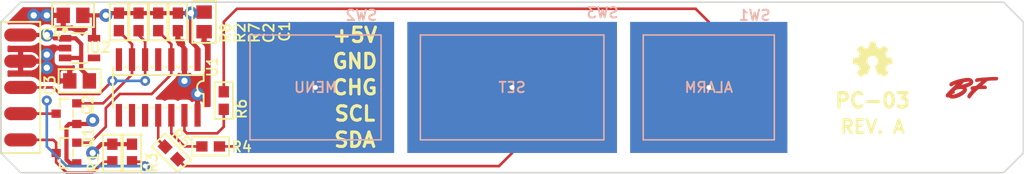
<source format=kicad_pcb>
(kicad_pcb (version 4) (host pcbnew "(2016-05-03 BZR 6266)-product")

  (general
    (links 37)
    (no_connects 0)
    (area 98.715999 95.682999 198.195001 114.328319)
    (thickness 1.6)
    (drawings 15)
    (tracks 138)
    (zones 0)
    (modules 22)
    (nets 21)
  )

  (page A4)
  (title_block
    (title "Touch keypad")
    (date 2016-03-23)
    (rev A)
    (comment 1 CLKV3-PC-03)
    (comment 2 CLKV3-SCH-03)
    (comment 3 "Alarm clock (V3)")
  )

  (layers
    (0 F.Cu signal)
    (1 GND power)
    (2 Power power)
    (31 B.Cu signal)
    (32 B.Adhes user)
    (33 F.Adhes user)
    (34 B.Paste user)
    (35 F.Paste user)
    (36 B.SilkS user)
    (37 F.SilkS user)
    (38 B.Mask user)
    (39 F.Mask user)
    (40 Dwgs.User user)
    (41 Cmts.User user)
    (42 Eco1.User user)
    (43 Eco2.User user)
    (44 Edge.Cuts user)
    (45 Margin user)
    (46 B.CrtYd user)
    (47 F.CrtYd user)
    (48 B.Fab user)
    (49 F.Fab user)
  )

  (setup
    (last_trace_width 0.254)
    (trace_clearance 0.254)
    (zone_clearance 0.4064)
    (zone_45_only no)
    (trace_min 0.2)
    (segment_width 0.2)
    (edge_width 0.15)
    (via_size 0.9652)
    (via_drill 0.4572)
    (via_min_size 0.4)
    (via_min_drill 0.3)
    (uvia_size 0.3)
    (uvia_drill 0.1)
    (uvias_allowed no)
    (uvia_min_size 0)
    (uvia_min_drill 0)
    (pcb_text_width 0.3)
    (pcb_text_size 1.5 1.5)
    (mod_edge_width 0.15)
    (mod_text_size 1 1)
    (mod_text_width 0.18)
    (pad_size 1.5 1.5)
    (pad_drill 0.6)
    (pad_to_mask_clearance 0)
    (aux_axis_origin 99.06 113.538)
    (grid_origin 148.59 104.648)
    (visible_elements FFFFFF7F)
    (pcbplotparams
      (layerselection 0x00030_80000001)
      (usegerberextensions false)
      (excludeedgelayer true)
      (linewidth 0.100000)
      (plotframeref false)
      (viasonmask false)
      (mode 1)
      (useauxorigin false)
      (hpglpennumber 1)
      (hpglpenspeed 20)
      (hpglpendiameter 15)
      (hpglpenoverlay 2)
      (psnegative false)
      (psa4output false)
      (plotreference true)
      (plotvalue true)
      (plotinvisibletext false)
      (padsonsilk false)
      (subtractmaskfromsilk false)
      (outputformat 1)
      (mirror false)
      (drillshape 1)
      (scaleselection 1)
      (outputdirectory ""))
  )

  (net 0 "")
  (net 1 GND)
  (net 2 +3V3)
  (net 3 "Net-(U1-Pad4)")
  (net 4 "Net-(U1-Pad7)")
  (net 5 "Net-(U1-Pad10)")
  (net 6 "Net-(U1-Pad9)")
  (net 7 "Net-(U1-Pad8)")
  (net 8 "Net-(R4-Pad1)")
  (net 9 /E_LEFT)
  (net 10 "Net-(R5-Pad1)")
  (net 11 /E_SET)
  (net 12 "Net-(R6-Pad1)")
  (net 13 /E_RIGHT)
  (net 14 /~CHANGE)
  (net 15 +5V)
  (net 16 "Net-(U2-Pad4)")
  (net 17 /SCL_5V)
  (net 18 /SDA_3V3)
  (net 19 /SDA_5V)
  (net 20 /SCL_3V3)

  (net_class Default "This is the default net class."
    (clearance 0.254)
    (trace_width 0.254)
    (via_dia 0.9652)
    (via_drill 0.4572)
    (uvia_dia 0.3)
    (uvia_drill 0.1)
    (add_net /E_LEFT)
    (add_net /E_RIGHT)
    (add_net /E_SET)
    (add_net /SCL_3V3)
    (add_net /SCL_5V)
    (add_net /SDA_3V3)
    (add_net /SDA_5V)
    (add_net /~CHANGE)
    (add_net "Net-(R4-Pad1)")
    (add_net "Net-(R5-Pad1)")
    (add_net "Net-(R6-Pad1)")
    (add_net "Net-(U1-Pad10)")
    (add_net "Net-(U1-Pad4)")
    (add_net "Net-(U1-Pad7)")
    (add_net "Net-(U1-Pad8)")
    (add_net "Net-(U1-Pad9)")
    (add_net "Net-(U2-Pad4)")
  )

  (net_class Power ""
    (clearance 0.254)
    (trace_width 0.4064)
    (via_dia 1.27)
    (via_drill 0.6096)
    (uvia_dia 0.3)
    (uvia_drill 0.1)
    (add_net +3V3)
    (add_net +5V)
    (add_net GND)
  )

  (module SMT-SOIC:14N (layer F.Cu) (tedit 54F2A2C2) (tstamp 55CFFD3A)
    (at 114.3 104.648 180)
    (descr "SOIC - 14 Pins - Narrow (JEDEC MS-012AA)")
    (tags SOIC)
    (path /55CFFE23)
    (fp_text reference U1 (at -5.842 0.889 270) (layer F.SilkS)
      (effects (font (size 1 1) (thickness 0.18)) (justify left bottom))
    )
    (fp_text value AT42QT1070 (at 5.9 0 270) (layer F.SilkS) hide
      (effects (font (size 1 1) (thickness 0.18)))
    )
    (fp_line (start 4.4 3) (end 4.4 -3) (layer Dwgs.User) (width 0.05))
    (fp_line (start -4.4 -3) (end -4.4 3) (layer Dwgs.User) (width 0.05))
    (fp_line (start -4.4 3) (end 4.4 3) (layer Dwgs.User) (width 0.05))
    (fp_line (start -4.9 -4.318) (end 4.9 -4.318) (layer F.CrtYd) (width 0.05))
    (fp_line (start 4.9 -4.318) (end 4.9 4.318) (layer F.CrtYd) (width 0.05))
    (fp_line (start 4.9 4.318) (end -4.9 4.318) (layer F.CrtYd) (width 0.05))
    (fp_line (start -4.9 4.318) (end -4.9 -4.318) (layer F.CrtYd) (width 0.05))
    (fp_line (start 4.4 -1.95) (end 4.4 1.95) (layer F.SilkS) (width 0.18))
    (fp_line (start -4.4 1.95) (end -4.4 0.635) (layer F.SilkS) (width 0.18))
    (fp_line (start -4.4 -0.635) (end -4.4 -1.95) (layer F.SilkS) (width 0.18))
    (fp_line (start 4.4 1.2) (end -4.4 1.2) (layer F.SilkS) (width 0.18))
    (fp_line (start -3.302 -1.95) (end -3.048 -1.95) (layer F.SilkS) (width 0.18))
    (fp_line (start -2.032 -1.95) (end -1.778 -1.95) (layer F.SilkS) (width 0.18))
    (fp_line (start -0.762 -1.95) (end -0.508 -1.95) (layer F.SilkS) (width 0.18))
    (fp_line (start -3.302 1.95) (end -3.048 1.95) (layer F.SilkS) (width 0.18))
    (fp_line (start -2.032 1.95) (end -1.778 1.95) (layer F.SilkS) (width 0.18))
    (fp_line (start -0.762 1.95) (end -0.508 1.95) (layer F.SilkS) (width 0.18))
    (fp_arc (start -4.4 0) (end -4.4 -0.635) (angle 180) (layer F.SilkS) (width 0.18))
    (fp_line (start -4.4 -3) (end 4.4 -3) (layer Dwgs.User) (width 0.05))
    (fp_line (start -0.762 -1.95) (end -0.508 -1.95) (layer F.SilkS) (width 0.18))
    (fp_line (start 0.508 -1.95) (end 0.762 -1.95) (layer F.SilkS) (width 0.18))
    (fp_line (start 1.778 -1.95) (end 2.032 -1.95) (layer F.SilkS) (width 0.18))
    (fp_line (start 3.048 -1.95) (end 3.302 -1.95) (layer F.SilkS) (width 0.18))
    (fp_line (start 0.508 1.95) (end 0.762 1.95) (layer F.SilkS) (width 0.18))
    (fp_line (start 1.778 1.95) (end 2.032 1.95) (layer F.SilkS) (width 0.18))
    (fp_line (start 3.048 1.95) (end 3.302 1.95) (layer F.SilkS) (width 0.18))
    (pad 2 smd rect (at -2.54 2.7 180) (size 0.6 2.2) (layers F.Cu F.Paste F.Mask)
      (net 1 GND))
    (pad 13 smd rect (at -2.54 -2.7 180) (size 0.6 2.2) (layers F.Cu F.Paste F.Mask)
      (net 12 "Net-(R6-Pad1)"))
    (pad 1 smd rect (at -3.81 2.7 180) (size 0.6 2.2) (layers F.Cu F.Paste F.Mask)
      (net 2 +3V3))
    (pad 3 smd rect (at -1.27 2.7 180) (size 0.6 2.2) (layers F.Cu F.Paste F.Mask)
      (net 18 /SDA_3V3))
    (pad 4 smd rect (at 0 2.7 180) (size 0.6 2.2) (layers F.Cu F.Paste F.Mask)
      (net 3 "Net-(U1-Pad4)"))
    (pad 14 smd rect (at -3.81 -2.7 180) (size 0.6 2.2) (layers F.Cu F.Paste F.Mask)
      (net 1 GND))
    (pad 12 smd rect (at -1.27 -2.7 180) (size 0.6 2.2) (layers F.Cu F.Paste F.Mask)
      (net 8 "Net-(R4-Pad1)"))
    (pad 11 smd rect (at 0 -2.7 180) (size 0.6 2.2) (layers F.Cu F.Paste F.Mask)
      (net 10 "Net-(R5-Pad1)"))
    (pad 5 smd rect (at 1.27 2.7 180) (size 0.6 2.2) (layers F.Cu F.Paste F.Mask)
      (net 14 /~CHANGE))
    (pad 6 smd rect (at 2.54 2.7 180) (size 0.6 2.2) (layers F.Cu F.Paste F.Mask)
      (net 20 /SCL_3V3))
    (pad 7 smd rect (at 3.81 2.7 180) (size 0.6 2.2) (layers F.Cu F.Paste F.Mask)
      (net 4 "Net-(U1-Pad7)"))
    (pad 10 smd rect (at 1.27 -2.7 180) (size 0.6 2.2) (layers F.Cu F.Paste F.Mask)
      (net 5 "Net-(U1-Pad10)"))
    (pad 9 smd rect (at 2.54 -2.7 180) (size 0.6 2.2) (layers F.Cu F.Paste F.Mask)
      (net 6 "Net-(U1-Pad9)"))
    (pad 8 smd rect (at 3.81 -2.7 180) (size 0.6 2.2) (layers F.Cu F.Paste F.Mask)
      (net 7 "Net-(U1-Pad8)"))
    (model smt-soic.pretty/14N.wrl
      (at (xyz 0 0 0))
      (scale (xyz 1 1 1))
      (rotate (xyz 0 0 -90))
    )
  )

  (module Conn-Wire-Pads:WP-50mil-1x05 (layer F.Cu) (tedit 56E1B6A0) (tstamp 55D000F5)
    (at 100.965 104.648 90)
    (descr "Wire pads - 50mil x 125mil - Single row, 5 pos.")
    (path /55D0001E)
    (attr virtual)
    (fp_text reference J1 (at -6.858 3.556 180) (layer F.SilkS) hide
      (effects (font (size 1 1) (thickness 0.18)))
    )
    (fp_text value HEADER-1x05 (at 0 3.175 90) (layer F.Fab) hide
      (effects (font (size 1 1) (thickness 0.18)))
    )
    (fp_line (start 6.35 1.905) (end -6.35 1.905) (layer F.SilkS) (width 0.18))
    (fp_line (start -6.35 -1.905) (end 6.35 -1.905) (layer F.SilkS) (width 0.18))
    (fp_line (start 6.35 -1.905) (end 6.35 1.905) (layer F.SilkS) (width 0.18))
    (fp_line (start -6.35 1.905) (end -6.35 -1.905) (layer F.SilkS) (width 0.18))
    (fp_line (start 6.35 1.905) (end -6.35 1.905) (layer F.CrtYd) (width 0.05))
    (fp_line (start -6.35 -1.905) (end 6.35 -1.905) (layer F.CrtYd) (width 0.05))
    (fp_line (start 6.35 -1.905) (end 6.35 1.905) (layer F.CrtYd) (width 0.05))
    (fp_line (start -6.35 1.905) (end -6.35 -1.905) (layer F.CrtYd) (width 0.05))
    (pad 1 smd oval (at -5.08 0 90) (size 1.27 3.175) (layers F.Cu F.Paste F.Mask)
      (net 19 /SDA_5V))
    (pad 2 smd oval (at -2.54 0 90) (size 1.27 3.175) (layers F.Cu F.Paste F.Mask)
      (net 17 /SCL_5V))
    (pad 3 smd oval (at 0 0 90) (size 1.27 3.175) (layers F.Cu F.Paste F.Mask)
      (net 14 /~CHANGE))
    (pad 5 smd oval (at 5.08 0 90) (size 1.27 3.175) (layers F.Cu F.Paste F.Mask)
      (net 15 +5V))
    (pad 4 smd oval (at 2.54 0 90) (size 1.27 3.175) (layers F.Cu F.Paste F.Mask)
      (net 1 GND))
  )

  (module SMT:C-0805 (layer F.Cu) (tedit 54F143BB) (tstamp 55D0095F)
    (at 118.745 98.298 270)
    (descr "0805 (2012 metric)")
    (tags "smt 0805")
    (path /55D00967)
    (fp_text reference C1 (at 2.032 -8.382 270) (layer F.SilkS)
      (effects (font (size 1 1) (thickness 0.18)) (justify left bottom))
    )
    (fp_text value 1uF (at -0.127 2.159 270) (layer F.SilkS) hide
      (effects (font (size 1 1) (thickness 0.18)))
    )
    (fp_line (start -1.016 -0.635) (end 1.016 -0.635) (layer Dwgs.User) (width 0.05))
    (fp_line (start 1.016 -0.635) (end 1.016 0.635) (layer Dwgs.User) (width 0.05))
    (fp_line (start 1.016 0.635) (end -1.016 0.635) (layer Dwgs.User) (width 0.05))
    (fp_line (start -1.016 0.635) (end -1.016 -0.635) (layer Dwgs.User) (width 0.05))
    (fp_line (start -2.032 -1.143) (end 2.032 -1.143) (layer F.CrtYd) (width 0.05))
    (fp_line (start 2.032 -1.143) (end 2.032 1.143) (layer F.CrtYd) (width 0.05))
    (fp_line (start 2.032 1.143) (end -2.032 1.143) (layer F.CrtYd) (width 0.05))
    (fp_line (start -2.032 1.143) (end -2.032 -1.143) (layer F.CrtYd) (width 0.05))
    (fp_line (start -2.032 1.143) (end 2.032 1.143) (layer F.SilkS) (width 0.18))
    (fp_line (start 2.032 1.143) (end 2.032 -1.143) (layer F.SilkS) (width 0.18))
    (fp_line (start 2.032 -1.143) (end -2.032 -1.143) (layer F.SilkS) (width 0.18))
    (fp_line (start -2.032 -1.143) (end -2.032 1.143) (layer F.SilkS) (width 0.18))
    (pad 1 smd rect (at -0.95 0 270) (size 1.3 1.5) (layers F.Cu F.Paste F.Mask)
      (net 2 +3V3))
    (pad 2 smd rect (at 0.95 0 270) (size 1.3 1.5) (layers F.Cu F.Paste F.Mask)
      (net 1 GND))
    (model smt.pretty/C-0805.wrl
      (at (xyz 0 0 0))
      (scale (xyz 1 1 0.8))
      (rotate (xyz 0 0 0))
    )
  )

  (module SMT:C-0603 (layer F.Cu) (tedit 54F14543) (tstamp 55D00971)
    (at 116.205 98.298 270)
    (descr "0603 (1608 metric)")
    (tags "smt 0603")
    (path /55D0077D)
    (fp_text reference C2 (at 2.159 -9.398 270) (layer F.SilkS)
      (effects (font (size 1 1) (thickness 0.18)) (justify left bottom))
    )
    (fp_text value 100nF (at 0 2.032 270) (layer F.SilkS) hide
      (effects (font (size 1 1) (thickness 0.18)))
    )
    (fp_line (start -0.762 -0.381) (end 0.762 -0.381) (layer Dwgs.User) (width 0.05))
    (fp_line (start 0.762 -0.381) (end 0.762 0.381) (layer Dwgs.User) (width 0.05))
    (fp_line (start 0.762 0.381) (end -0.762 0.381) (layer Dwgs.User) (width 0.05))
    (fp_line (start -0.762 0.381) (end -0.762 -0.381) (layer Dwgs.User) (width 0.05))
    (fp_line (start -1.778 -0.889) (end 1.778 -0.889) (layer F.CrtYd) (width 0.05))
    (fp_line (start 1.778 -0.889) (end 1.778 0.889) (layer F.CrtYd) (width 0.05))
    (fp_line (start 1.778 0.889) (end -1.778 0.889) (layer F.CrtYd) (width 0.05))
    (fp_line (start -1.778 0.889) (end -1.778 -0.889) (layer F.CrtYd) (width 0.05))
    (fp_line (start -1.778 -0.889) (end 1.778 -0.889) (layer F.SilkS) (width 0.18))
    (fp_line (start 1.778 -0.889) (end 1.778 0.889) (layer F.SilkS) (width 0.18))
    (fp_line (start 1.778 0.889) (end -1.778 0.889) (layer F.SilkS) (width 0.18))
    (fp_line (start -1.778 0.889) (end -1.778 -0.889) (layer F.SilkS) (width 0.18))
    (pad 1 smd rect (at -0.85 0 270) (size 1.1 1) (layers F.Cu F.Paste F.Mask)
      (net 2 +3V3))
    (pad 2 smd rect (at 0.85 0 270) (size 1.1 1) (layers F.Cu F.Paste F.Mask)
      (net 1 GND))
    (model smt.pretty/C-0603.wrl
      (at (xyz 0 0 0))
      (scale (xyz 1 1 0.8))
      (rotate (xyz 0 0 0))
    )
  )

  (module SMT:C-0603 (layer F.Cu) (tedit 54F14543) (tstamp 55D00995)
    (at 112.395 98.298 270)
    (descr "0603 (1608 metric)")
    (tags "smt 0603")
    (path /55D00CB7)
    (fp_text reference R2 (at 2.159 -10.414 270) (layer F.SilkS)
      (effects (font (size 1 1) (thickness 0.18)) (justify left bottom))
    )
    (fp_text value 100k (at 0 2.032 270) (layer F.SilkS) hide
      (effects (font (size 1 1) (thickness 0.18)))
    )
    (fp_line (start -0.762 -0.381) (end 0.762 -0.381) (layer Dwgs.User) (width 0.05))
    (fp_line (start 0.762 -0.381) (end 0.762 0.381) (layer Dwgs.User) (width 0.05))
    (fp_line (start 0.762 0.381) (end -0.762 0.381) (layer Dwgs.User) (width 0.05))
    (fp_line (start -0.762 0.381) (end -0.762 -0.381) (layer Dwgs.User) (width 0.05))
    (fp_line (start -1.778 -0.889) (end 1.778 -0.889) (layer F.CrtYd) (width 0.05))
    (fp_line (start 1.778 -0.889) (end 1.778 0.889) (layer F.CrtYd) (width 0.05))
    (fp_line (start 1.778 0.889) (end -1.778 0.889) (layer F.CrtYd) (width 0.05))
    (fp_line (start -1.778 0.889) (end -1.778 -0.889) (layer F.CrtYd) (width 0.05))
    (fp_line (start -1.778 -0.889) (end 1.778 -0.889) (layer F.SilkS) (width 0.18))
    (fp_line (start 1.778 -0.889) (end 1.778 0.889) (layer F.SilkS) (width 0.18))
    (fp_line (start 1.778 0.889) (end -1.778 0.889) (layer F.SilkS) (width 0.18))
    (fp_line (start -1.778 0.889) (end -1.778 -0.889) (layer F.SilkS) (width 0.18))
    (pad 1 smd rect (at -0.85 0 270) (size 1.1 1) (layers F.Cu F.Paste F.Mask)
      (net 2 +3V3))
    (pad 2 smd rect (at 0.85 0 270) (size 1.1 1) (layers F.Cu F.Paste F.Mask)
      (net 14 /~CHANGE))
    (model smt.pretty/C-0603.wrl
      (at (xyz 0 0 0))
      (scale (xyz 1 1 0.8))
      (rotate (xyz 0 0 0))
    )
  )

  (module SMT:C-0603 (layer F.Cu) (tedit 54F14543) (tstamp 55D009B9)
    (at 119.38 110.363)
    (descr "0603 (1608 metric)")
    (tags "smt 0603")
    (path /55D0032C)
    (fp_text reference R4 (at 1.905 0.635 180) (layer F.SilkS)
      (effects (font (size 1 1) (thickness 0.18)) (justify left bottom))
    )
    (fp_text value 470 (at 0 2.032) (layer F.SilkS) hide
      (effects (font (size 1 1) (thickness 0.18)))
    )
    (fp_line (start -0.762 -0.381) (end 0.762 -0.381) (layer Dwgs.User) (width 0.05))
    (fp_line (start 0.762 -0.381) (end 0.762 0.381) (layer Dwgs.User) (width 0.05))
    (fp_line (start 0.762 0.381) (end -0.762 0.381) (layer Dwgs.User) (width 0.05))
    (fp_line (start -0.762 0.381) (end -0.762 -0.381) (layer Dwgs.User) (width 0.05))
    (fp_line (start -1.778 -0.889) (end 1.778 -0.889) (layer F.CrtYd) (width 0.05))
    (fp_line (start 1.778 -0.889) (end 1.778 0.889) (layer F.CrtYd) (width 0.05))
    (fp_line (start 1.778 0.889) (end -1.778 0.889) (layer F.CrtYd) (width 0.05))
    (fp_line (start -1.778 0.889) (end -1.778 -0.889) (layer F.CrtYd) (width 0.05))
    (fp_line (start -1.778 -0.889) (end 1.778 -0.889) (layer F.SilkS) (width 0.18))
    (fp_line (start 1.778 -0.889) (end 1.778 0.889) (layer F.SilkS) (width 0.18))
    (fp_line (start 1.778 0.889) (end -1.778 0.889) (layer F.SilkS) (width 0.18))
    (fp_line (start -1.778 0.889) (end -1.778 -0.889) (layer F.SilkS) (width 0.18))
    (pad 1 smd rect (at -0.85 0) (size 1.1 1) (layers F.Cu F.Paste F.Mask)
      (net 8 "Net-(R4-Pad1)"))
    (pad 2 smd rect (at 0.85 0) (size 1.1 1) (layers F.Cu F.Paste F.Mask)
      (net 9 /E_LEFT))
    (model smt.pretty/C-0603.wrl
      (at (xyz 0 0 0))
      (scale (xyz 1 1 0.8))
      (rotate (xyz 0 0 0))
    )
  )

  (module SMT:C-0603 (layer F.Cu) (tedit 54F14543) (tstamp 55D009CB)
    (at 115.57 110.998 315)
    (descr "0603 (1608 metric)")
    (tags "smt 0603")
    (path /55D004C8)
    (fp_text reference R5 (at -1.436841 -1.077631 315) (layer F.SilkS)
      (effects (font (size 1 1) (thickness 0.18)) (justify left bottom))
    )
    (fp_text value 470 (at 0 2.032 315) (layer F.SilkS) hide
      (effects (font (size 1 1) (thickness 0.18)))
    )
    (fp_line (start -0.762 -0.381) (end 0.762 -0.381) (layer Dwgs.User) (width 0.05))
    (fp_line (start 0.762 -0.381) (end 0.762 0.381) (layer Dwgs.User) (width 0.05))
    (fp_line (start 0.762 0.381) (end -0.762 0.381) (layer Dwgs.User) (width 0.05))
    (fp_line (start -0.762 0.381) (end -0.762 -0.381) (layer Dwgs.User) (width 0.05))
    (fp_line (start -1.778 -0.889) (end 1.778 -0.889) (layer F.CrtYd) (width 0.05))
    (fp_line (start 1.778 -0.889) (end 1.778 0.889) (layer F.CrtYd) (width 0.05))
    (fp_line (start 1.778 0.889) (end -1.778 0.889) (layer F.CrtYd) (width 0.05))
    (fp_line (start -1.778 0.889) (end -1.778 -0.889) (layer F.CrtYd) (width 0.05))
    (fp_line (start -1.778 -0.889) (end 1.778 -0.889) (layer F.SilkS) (width 0.18))
    (fp_line (start 1.778 -0.889) (end 1.778 0.889) (layer F.SilkS) (width 0.18))
    (fp_line (start 1.778 0.889) (end -1.778 0.889) (layer F.SilkS) (width 0.18))
    (fp_line (start -1.778 0.889) (end -1.778 -0.889) (layer F.SilkS) (width 0.18))
    (pad 1 smd rect (at -0.85 0 315) (size 1.1 1) (layers F.Cu F.Paste F.Mask)
      (net 10 "Net-(R5-Pad1)"))
    (pad 2 smd rect (at 0.85 0 315) (size 1.1 1) (layers F.Cu F.Paste F.Mask)
      (net 11 /E_SET))
    (model smt.pretty/C-0603.wrl
      (at (xyz 0 0 0))
      (scale (xyz 1 1 0.8))
      (rotate (xyz 0 0 0))
    )
  )

  (module SMT:C-0603 (layer F.Cu) (tedit 54F14543) (tstamp 55D009DD)
    (at 120.65 105.918 90)
    (descr "0603 (1608 metric)")
    (tags "smt 0603")
    (path /55D00512)
    (fp_text reference R6 (at -1.905 2.286 90) (layer F.SilkS)
      (effects (font (size 1 1) (thickness 0.18)) (justify left bottom))
    )
    (fp_text value 470 (at 0 2.032 90) (layer F.SilkS) hide
      (effects (font (size 1 1) (thickness 0.18)))
    )
    (fp_line (start -0.762 -0.381) (end 0.762 -0.381) (layer Dwgs.User) (width 0.05))
    (fp_line (start 0.762 -0.381) (end 0.762 0.381) (layer Dwgs.User) (width 0.05))
    (fp_line (start 0.762 0.381) (end -0.762 0.381) (layer Dwgs.User) (width 0.05))
    (fp_line (start -0.762 0.381) (end -0.762 -0.381) (layer Dwgs.User) (width 0.05))
    (fp_line (start -1.778 -0.889) (end 1.778 -0.889) (layer F.CrtYd) (width 0.05))
    (fp_line (start 1.778 -0.889) (end 1.778 0.889) (layer F.CrtYd) (width 0.05))
    (fp_line (start 1.778 0.889) (end -1.778 0.889) (layer F.CrtYd) (width 0.05))
    (fp_line (start -1.778 0.889) (end -1.778 -0.889) (layer F.CrtYd) (width 0.05))
    (fp_line (start -1.778 -0.889) (end 1.778 -0.889) (layer F.SilkS) (width 0.18))
    (fp_line (start 1.778 -0.889) (end 1.778 0.889) (layer F.SilkS) (width 0.18))
    (fp_line (start 1.778 0.889) (end -1.778 0.889) (layer F.SilkS) (width 0.18))
    (fp_line (start -1.778 0.889) (end -1.778 -0.889) (layer F.SilkS) (width 0.18))
    (pad 1 smd rect (at -0.85 0 90) (size 1.1 1) (layers F.Cu F.Paste F.Mask)
      (net 12 "Net-(R6-Pad1)"))
    (pad 2 smd rect (at 0.85 0 90) (size 1.1 1) (layers F.Cu F.Paste F.Mask)
      (net 13 /E_RIGHT))
    (model smt.pretty/C-0603.wrl
      (at (xyz 0 0 0))
      (scale (xyz 1 1 0.8))
      (rotate (xyz 0 0 0))
    )
  )

  (module SMT-SOT:SOT23-5 (layer F.Cu) (tedit 5507AF1B) (tstamp 56E0CEBB)
    (at 106.68 100.838 270)
    (descr SOT-23-5)
    (path /56E0CA51)
    (clearance 0.254)
    (fp_text reference U2 (at 0.508 -0.889 360) (layer F.SilkS)
      (effects (font (size 1 1) (thickness 0.18)) (justify left bottom))
    )
    (fp_text value LP2981 (at 0 3.35 270) (layer F.SilkS) hide
      (effects (font (size 1 1) (thickness 0.18)))
    )
    (fp_circle (center -1.75 1.4) (end -1.6 1.4) (layer F.SilkS) (width 0.3))
    (fp_line (start -1.95 -2.5) (end 1.95 -2.5) (layer F.CrtYd) (width 0.05))
    (fp_line (start 1.95 -2.5) (end 1.95 2.5) (layer F.CrtYd) (width 0.05))
    (fp_line (start 1.95 2.5) (end -1.95 2.5) (layer F.CrtYd) (width 0.05))
    (fp_line (start -1.95 2.5) (end -1.95 -2.5) (layer F.CrtYd) (width 0.05))
    (fp_line (start -0.45 -0.8) (end 0.45 -0.8) (layer F.SilkS) (width 0.18))
    (fp_line (start 1.45 -0.8) (end 1.45 0.8) (layer F.SilkS) (width 0.18))
    (fp_line (start -1.45 -0.8) (end -1.45 0.8) (layer F.SilkS) (width 0.18))
    (pad 1 smd rect (at -0.95 1.4 270) (size 0.65 1.2) (layers F.Cu F.Paste F.Mask)
      (net 15 +5V))
    (pad 2 smd rect (at 0 1.4 270) (size 0.65 1.2) (layers F.Cu F.Paste F.Mask)
      (net 1 GND))
    (pad 3 smd rect (at 0.95 1.4 270) (size 0.65 1.2) (layers F.Cu F.Paste F.Mask)
      (net 15 +5V))
    (pad 4 smd rect (at 0.95 -1.4 270) (size 0.65 1.2) (layers F.Cu F.Paste F.Mask)
      (net 16 "Net-(U2-Pad4)"))
    (pad 5 smd rect (at -0.95 -1.4 270) (size 0.65 1.2) (layers F.Cu F.Paste F.Mask)
      (net 2 +3V3))
    (model smt-sot.pretty/SOT-23-5.wrl
      (at (xyz 0 0 0))
      (scale (xyz 1 1 1))
      (rotate (xyz 0 0 0))
    )
  )

  (module Conn-Wire-Pads:touchpad-800x500 (layer B.Cu) (tedit 56E0EEA0) (tstamp 56EA1C3A)
    (at 148.59 104.648)
    (path /56E11CB6)
    (fp_text reference SW3 (at 8.763 -7.239) (layer B.SilkS)
      (effects (font (size 1 1) (thickness 0.18)) (justify mirror))
    )
    (fp_text value SET (at 0 0) (layer B.SilkS)
      (effects (font (size 1 1) (thickness 0.18)) (justify mirror))
    )
    (fp_line (start -8.89 -5.08) (end -8.89 5.08) (layer B.SilkS) (width 0.15))
    (fp_line (start 8.89 -5.08) (end -8.89 -5.08) (layer B.SilkS) (width 0.15))
    (fp_line (start 8.89 5.08) (end 8.89 -5.08) (layer B.SilkS) (width 0.15))
    (fp_line (start -8.89 5.08) (end 8.89 5.08) (layer B.SilkS) (width 0.15))
    (pad 1 smd rect (at 0 0) (size 20.32 12.7) (layers B.Cu)
      (net 11 /E_SET))
  )

  (module Conn-Wire-Pads:touchpad-600x500 (layer B.Cu) (tedit 56E0ED15) (tstamp 570DC3AD)
    (at 167.64 104.648 180)
    (path /56E11BF8)
    (fp_text reference SW1 (at -4.445 6.985 180) (layer B.SilkS)
      (effects (font (size 1 1) (thickness 0.18)) (justify mirror))
    )
    (fp_text value ALARM (at 0 0 180) (layer B.SilkS)
      (effects (font (size 1 1) (thickness 0.18)) (justify mirror))
    )
    (fp_line (start -6.35 -5.08) (end -6.35 5.08) (layer B.SilkS) (width 0.15))
    (fp_line (start 6.35 -5.08) (end -6.35 -5.08) (layer B.SilkS) (width 0.15))
    (fp_line (start 6.35 5.08) (end 6.35 -5.08) (layer B.SilkS) (width 0.15))
    (fp_line (start -6.35 5.08) (end 6.35 5.08) (layer B.SilkS) (width 0.15))
    (pad 1 smd rect (at 0 0 180) (size 15.24 12.7) (layers B.Cu)
      (net 13 /E_RIGHT))
  )

  (module Conn-Wire-Pads:touchpad-600x500 (layer B.Cu) (tedit 56E0ED15) (tstamp 570DC3B6)
    (at 129.54 104.648 180)
    (path /56E11C67)
    (fp_text reference SW2 (at -4.445 6.985 180) (layer B.SilkS)
      (effects (font (size 1 1) (thickness 0.18)) (justify mirror))
    )
    (fp_text value MENU (at 0 0 180) (layer B.SilkS)
      (effects (font (size 1 1) (thickness 0.18)) (justify mirror))
    )
    (fp_line (start -6.35 -5.08) (end -6.35 5.08) (layer B.SilkS) (width 0.15))
    (fp_line (start 6.35 -5.08) (end -6.35 -5.08) (layer B.SilkS) (width 0.15))
    (fp_line (start 6.35 5.08) (end 6.35 -5.08) (layer B.SilkS) (width 0.15))
    (fp_line (start -6.35 5.08) (end 6.35 5.08) (layer B.SilkS) (width 0.15))
    (pad 1 smd rect (at 0 0 180) (size 15.24 12.7) (layers B.Cu)
      (net 9 /E_LEFT))
  )

  (module SMT:C-0805 (layer F.Cu) (tedit 54F143BB) (tstamp 570DCB76)
    (at 106.68 104.013)
    (descr "0805 (2012 metric)")
    (tags "smt 0805")
    (path /56E0D880)
    (fp_text reference C3 (at -2.286 1.524 90) (layer F.SilkS)
      (effects (font (size 1 1) (thickness 0.18)) (justify left bottom))
    )
    (fp_text value 1uF (at -0.127 2.159) (layer F.SilkS) hide
      (effects (font (size 1 1) (thickness 0.18)))
    )
    (fp_line (start -1.016 -0.635) (end 1.016 -0.635) (layer Dwgs.User) (width 0.05))
    (fp_line (start 1.016 -0.635) (end 1.016 0.635) (layer Dwgs.User) (width 0.05))
    (fp_line (start 1.016 0.635) (end -1.016 0.635) (layer Dwgs.User) (width 0.05))
    (fp_line (start -1.016 0.635) (end -1.016 -0.635) (layer Dwgs.User) (width 0.05))
    (fp_line (start -2.032 -1.143) (end 2.032 -1.143) (layer F.CrtYd) (width 0.05))
    (fp_line (start 2.032 -1.143) (end 2.032 1.143) (layer F.CrtYd) (width 0.05))
    (fp_line (start 2.032 1.143) (end -2.032 1.143) (layer F.CrtYd) (width 0.05))
    (fp_line (start -2.032 1.143) (end -2.032 -1.143) (layer F.CrtYd) (width 0.05))
    (fp_line (start -2.032 1.143) (end 2.032 1.143) (layer F.SilkS) (width 0.18))
    (fp_line (start 2.032 1.143) (end 2.032 -1.143) (layer F.SilkS) (width 0.18))
    (fp_line (start 2.032 -1.143) (end -2.032 -1.143) (layer F.SilkS) (width 0.18))
    (fp_line (start -2.032 -1.143) (end -2.032 1.143) (layer F.SilkS) (width 0.18))
    (pad 1 smd rect (at -0.95 0) (size 1.3 1.5) (layers F.Cu F.Paste F.Mask)
      (net 1 GND))
    (pad 2 smd rect (at 0.95 0) (size 1.3 1.5) (layers F.Cu F.Paste F.Mask)
      (net 15 +5V))
    (model smt.pretty/C-0805.wrl
      (at (xyz 0 0 0))
      (scale (xyz 1 1 0.8))
      (rotate (xyz 0 0 0))
    )
  )

  (module SMT:C-0805 (layer F.Cu) (tedit 54F143BB) (tstamp 570DCB88)
    (at 106.045 97.663)
    (descr "0805 (2012 metric)")
    (tags "smt 0805")
    (path /56E0D8E7)
    (fp_text reference C4 (at -3.175 2.413) (layer F.SilkS)
      (effects (font (size 1 1) (thickness 0.18)) (justify left bottom))
    )
    (fp_text value 3.3uF (at -0.127 2.159) (layer F.SilkS) hide
      (effects (font (size 1 1) (thickness 0.18)))
    )
    (fp_line (start -1.016 -0.635) (end 1.016 -0.635) (layer Dwgs.User) (width 0.05))
    (fp_line (start 1.016 -0.635) (end 1.016 0.635) (layer Dwgs.User) (width 0.05))
    (fp_line (start 1.016 0.635) (end -1.016 0.635) (layer Dwgs.User) (width 0.05))
    (fp_line (start -1.016 0.635) (end -1.016 -0.635) (layer Dwgs.User) (width 0.05))
    (fp_line (start -2.032 -1.143) (end 2.032 -1.143) (layer F.CrtYd) (width 0.05))
    (fp_line (start 2.032 -1.143) (end 2.032 1.143) (layer F.CrtYd) (width 0.05))
    (fp_line (start 2.032 1.143) (end -2.032 1.143) (layer F.CrtYd) (width 0.05))
    (fp_line (start -2.032 1.143) (end -2.032 -1.143) (layer F.CrtYd) (width 0.05))
    (fp_line (start -2.032 1.143) (end 2.032 1.143) (layer F.SilkS) (width 0.18))
    (fp_line (start 2.032 1.143) (end 2.032 -1.143) (layer F.SilkS) (width 0.18))
    (fp_line (start 2.032 -1.143) (end -2.032 -1.143) (layer F.SilkS) (width 0.18))
    (fp_line (start -2.032 -1.143) (end -2.032 1.143) (layer F.SilkS) (width 0.18))
    (pad 1 smd rect (at -0.95 0) (size 1.3 1.5) (layers F.Cu F.Paste F.Mask)
      (net 1 GND))
    (pad 2 smd rect (at 0.95 0) (size 1.3 1.5) (layers F.Cu F.Paste F.Mask)
      (net 2 +3V3))
    (model smt.pretty/C-0805.wrl
      (at (xyz 0 0 0))
      (scale (xyz 1 1 0.8))
      (rotate (xyz 0 0 0))
    )
  )

  (module SMT-SOT:SOT23 (layer F.Cu) (tedit 570DD236) (tstamp 570DE2C5)
    (at 105.41 110.998 90)
    (descr SOT-23)
    (path /570DEA26)
    (fp_text reference Q1 (at 0.381 2.667 270) (layer F.SilkS)
      (effects (font (size 1 1) (thickness 0.18)) (justify left bottom))
    )
    (fp_text value BSS138 (at 0 3.175 90) (layer F.SilkS) hide
      (effects (font (size 1 1) (thickness 0.18)))
    )
    (fp_line (start -2 2) (end -2 -2) (layer F.CrtYd) (width 0.05))
    (fp_line (start 2 2) (end -2 2) (layer F.CrtYd) (width 0.05))
    (fp_line (start 2 -2) (end 2 2) (layer F.CrtYd) (width 0.05))
    (fp_line (start -2 -2) (end 2 -2) (layer F.CrtYd) (width 0.05))
    (fp_line (start -1.45 -0.65) (end -0.65 -0.65) (layer F.SilkS) (width 0.18))
    (fp_line (start 1.45 -0.65) (end 0.65 -0.65) (layer F.SilkS) (width 0.18))
    (fp_line (start -1.45 -0.65) (end -1.45 0.3) (layer F.SilkS) (width 0.18))
    (fp_line (start 1.45 -0.65) (end 1.45 0.3) (layer F.SilkS) (width 0.18))
    (fp_line (start -0.35 0.65) (end 0.35 0.65) (layer F.SilkS) (width 0.18))
    (pad 1 smd rect (at -1 1 90) (size 0.8 0.9) (layers F.Cu F.Paste F.Mask)
      (net 2 +3V3))
    (pad 2 smd rect (at 1 1 90) (size 0.8 0.9) (layers F.Cu F.Paste F.Mask)
      (net 18 /SDA_3V3))
    (pad 3 smd rect (at 0 -1 90) (size 0.8 0.9) (layers F.Cu F.Paste F.Mask)
      (net 19 /SDA_5V))
  )

  (module SMT-SOT:SOT23 (layer F.Cu) (tedit 570DD236) (tstamp 570DE2D5)
    (at 105.41 107.188 90)
    (descr SOT-23)
    (path /570E2B01)
    (fp_text reference Q2 (at -0.254 2.667 90) (layer F.SilkS)
      (effects (font (size 1 1) (thickness 0.18)) (justify left bottom))
    )
    (fp_text value BSS138 (at 0 3.175 90) (layer F.SilkS) hide
      (effects (font (size 1 1) (thickness 0.18)))
    )
    (fp_line (start -2 2) (end -2 -2) (layer F.CrtYd) (width 0.05))
    (fp_line (start 2 2) (end -2 2) (layer F.CrtYd) (width 0.05))
    (fp_line (start 2 -2) (end 2 2) (layer F.CrtYd) (width 0.05))
    (fp_line (start -2 -2) (end 2 -2) (layer F.CrtYd) (width 0.05))
    (fp_line (start -1.45 -0.65) (end -0.65 -0.65) (layer F.SilkS) (width 0.18))
    (fp_line (start 1.45 -0.65) (end 0.65 -0.65) (layer F.SilkS) (width 0.18))
    (fp_line (start -1.45 -0.65) (end -1.45 0.3) (layer F.SilkS) (width 0.18))
    (fp_line (start 1.45 -0.65) (end 1.45 0.3) (layer F.SilkS) (width 0.18))
    (fp_line (start -0.35 0.65) (end 0.35 0.65) (layer F.SilkS) (width 0.18))
    (pad 1 smd rect (at -1 1 90) (size 0.8 0.9) (layers F.Cu F.Paste F.Mask)
      (net 2 +3V3))
    (pad 2 smd rect (at 1 1 90) (size 0.8 0.9) (layers F.Cu F.Paste F.Mask)
      (net 20 /SCL_3V3))
    (pad 3 smd rect (at 0 -1 90) (size 0.8 0.9) (layers F.Cu F.Paste F.Mask)
      (net 17 /SCL_5V))
  )

  (module SMT:C-0603 (layer F.Cu) (tedit 54F14543) (tstamp 570DE2E7)
    (at 114.3 98.298 90)
    (descr "0603 (1608 metric)")
    (tags "smt 0603")
    (path /570E1C1B)
    (fp_text reference R7 (at -2.159 9.906 90) (layer F.SilkS)
      (effects (font (size 1 1) (thickness 0.18)) (justify left bottom))
    )
    (fp_text value 10k (at 0 2.032 90) (layer F.SilkS) hide
      (effects (font (size 1 1) (thickness 0.18)))
    )
    (fp_line (start -0.762 -0.381) (end 0.762 -0.381) (layer Dwgs.User) (width 0.05))
    (fp_line (start 0.762 -0.381) (end 0.762 0.381) (layer Dwgs.User) (width 0.05))
    (fp_line (start 0.762 0.381) (end -0.762 0.381) (layer Dwgs.User) (width 0.05))
    (fp_line (start -0.762 0.381) (end -0.762 -0.381) (layer Dwgs.User) (width 0.05))
    (fp_line (start -1.778 -0.889) (end 1.778 -0.889) (layer F.CrtYd) (width 0.05))
    (fp_line (start 1.778 -0.889) (end 1.778 0.889) (layer F.CrtYd) (width 0.05))
    (fp_line (start 1.778 0.889) (end -1.778 0.889) (layer F.CrtYd) (width 0.05))
    (fp_line (start -1.778 0.889) (end -1.778 -0.889) (layer F.CrtYd) (width 0.05))
    (fp_line (start -1.778 -0.889) (end 1.778 -0.889) (layer F.SilkS) (width 0.18))
    (fp_line (start 1.778 -0.889) (end 1.778 0.889) (layer F.SilkS) (width 0.18))
    (fp_line (start 1.778 0.889) (end -1.778 0.889) (layer F.SilkS) (width 0.18))
    (fp_line (start -1.778 0.889) (end -1.778 -0.889) (layer F.SilkS) (width 0.18))
    (pad 1 smd rect (at -0.85 0 90) (size 1.1 1) (layers F.Cu F.Paste F.Mask)
      (net 18 /SDA_3V3))
    (pad 2 smd rect (at 0.85 0 90) (size 1.1 1) (layers F.Cu F.Paste F.Mask)
      (net 2 +3V3))
    (model smt.pretty/C-0603.wrl
      (at (xyz 0 0 0))
      (scale (xyz 1 1 0.8))
      (rotate (xyz 0 0 0))
    )
  )

  (module SMT:C-0603 (layer F.Cu) (tedit 54F14543) (tstamp 570DE2F9)
    (at 110.49 98.298 90)
    (descr "0603 (1608 metric)")
    (tags "smt 0603")
    (path /570E2B0F)
    (fp_text reference R8 (at -2.159 10.922 90) (layer F.SilkS)
      (effects (font (size 1 1) (thickness 0.18)) (justify left bottom))
    )
    (fp_text value 10k (at 0 2.032 90) (layer F.SilkS) hide
      (effects (font (size 1 1) (thickness 0.18)))
    )
    (fp_line (start -0.762 -0.381) (end 0.762 -0.381) (layer Dwgs.User) (width 0.05))
    (fp_line (start 0.762 -0.381) (end 0.762 0.381) (layer Dwgs.User) (width 0.05))
    (fp_line (start 0.762 0.381) (end -0.762 0.381) (layer Dwgs.User) (width 0.05))
    (fp_line (start -0.762 0.381) (end -0.762 -0.381) (layer Dwgs.User) (width 0.05))
    (fp_line (start -1.778 -0.889) (end 1.778 -0.889) (layer F.CrtYd) (width 0.05))
    (fp_line (start 1.778 -0.889) (end 1.778 0.889) (layer F.CrtYd) (width 0.05))
    (fp_line (start 1.778 0.889) (end -1.778 0.889) (layer F.CrtYd) (width 0.05))
    (fp_line (start -1.778 0.889) (end -1.778 -0.889) (layer F.CrtYd) (width 0.05))
    (fp_line (start -1.778 -0.889) (end 1.778 -0.889) (layer F.SilkS) (width 0.18))
    (fp_line (start 1.778 -0.889) (end 1.778 0.889) (layer F.SilkS) (width 0.18))
    (fp_line (start 1.778 0.889) (end -1.778 0.889) (layer F.SilkS) (width 0.18))
    (fp_line (start -1.778 0.889) (end -1.778 -0.889) (layer F.SilkS) (width 0.18))
    (pad 1 smd rect (at -0.85 0 90) (size 1.1 1) (layers F.Cu F.Paste F.Mask)
      (net 20 /SCL_3V3))
    (pad 2 smd rect (at 0.85 0 90) (size 1.1 1) (layers F.Cu F.Paste F.Mask)
      (net 2 +3V3))
    (model smt.pretty/C-0603.wrl
      (at (xyz 0 0 0))
      (scale (xyz 1 1 0.8))
      (rotate (xyz 0 0 0))
    )
  )

  (module SMT:C-0603 (layer F.Cu) (tedit 54F14543) (tstamp 570DE438)
    (at 109.855 110.998 90)
    (descr "0603 (1608 metric)")
    (tags "smt 0603")
    (path /570E1DB7)
    (fp_text reference R1 (at -2.032 -1.27 90) (layer F.SilkS)
      (effects (font (size 1 1) (thickness 0.18)) (justify left bottom))
    )
    (fp_text value 10k (at 0 2.032 90) (layer F.SilkS) hide
      (effects (font (size 1 1) (thickness 0.18)))
    )
    (fp_line (start -0.762 -0.381) (end 0.762 -0.381) (layer Dwgs.User) (width 0.05))
    (fp_line (start 0.762 -0.381) (end 0.762 0.381) (layer Dwgs.User) (width 0.05))
    (fp_line (start 0.762 0.381) (end -0.762 0.381) (layer Dwgs.User) (width 0.05))
    (fp_line (start -0.762 0.381) (end -0.762 -0.381) (layer Dwgs.User) (width 0.05))
    (fp_line (start -1.778 -0.889) (end 1.778 -0.889) (layer F.CrtYd) (width 0.05))
    (fp_line (start 1.778 -0.889) (end 1.778 0.889) (layer F.CrtYd) (width 0.05))
    (fp_line (start 1.778 0.889) (end -1.778 0.889) (layer F.CrtYd) (width 0.05))
    (fp_line (start -1.778 0.889) (end -1.778 -0.889) (layer F.CrtYd) (width 0.05))
    (fp_line (start -1.778 -0.889) (end 1.778 -0.889) (layer F.SilkS) (width 0.18))
    (fp_line (start 1.778 -0.889) (end 1.778 0.889) (layer F.SilkS) (width 0.18))
    (fp_line (start 1.778 0.889) (end -1.778 0.889) (layer F.SilkS) (width 0.18))
    (fp_line (start -1.778 0.889) (end -1.778 -0.889) (layer F.SilkS) (width 0.18))
    (pad 1 smd rect (at -0.85 0 90) (size 1.1 1) (layers F.Cu F.Paste F.Mask)
      (net 19 /SDA_5V))
    (pad 2 smd rect (at 0.85 0 90) (size 1.1 1) (layers F.Cu F.Paste F.Mask)
      (net 15 +5V))
    (model smt.pretty/C-0603.wrl
      (at (xyz 0 0 0))
      (scale (xyz 1 1 0.8))
      (rotate (xyz 0 0 0))
    )
  )

  (module SMT:C-0603 (layer F.Cu) (tedit 54F14543) (tstamp 570DE44A)
    (at 111.76 110.998 90)
    (descr "0603 (1608 metric)")
    (tags "smt 0603")
    (path /570E2B19)
    (fp_text reference R3 (at -2.032 2.54 90) (layer F.SilkS)
      (effects (font (size 1 1) (thickness 0.18)) (justify left bottom))
    )
    (fp_text value 10k (at 0 2.032 90) (layer F.SilkS) hide
      (effects (font (size 1 1) (thickness 0.18)))
    )
    (fp_line (start -0.762 -0.381) (end 0.762 -0.381) (layer Dwgs.User) (width 0.05))
    (fp_line (start 0.762 -0.381) (end 0.762 0.381) (layer Dwgs.User) (width 0.05))
    (fp_line (start 0.762 0.381) (end -0.762 0.381) (layer Dwgs.User) (width 0.05))
    (fp_line (start -0.762 0.381) (end -0.762 -0.381) (layer Dwgs.User) (width 0.05))
    (fp_line (start -1.778 -0.889) (end 1.778 -0.889) (layer F.CrtYd) (width 0.05))
    (fp_line (start 1.778 -0.889) (end 1.778 0.889) (layer F.CrtYd) (width 0.05))
    (fp_line (start 1.778 0.889) (end -1.778 0.889) (layer F.CrtYd) (width 0.05))
    (fp_line (start -1.778 0.889) (end -1.778 -0.889) (layer F.CrtYd) (width 0.05))
    (fp_line (start -1.778 -0.889) (end 1.778 -0.889) (layer F.SilkS) (width 0.18))
    (fp_line (start 1.778 -0.889) (end 1.778 0.889) (layer F.SilkS) (width 0.18))
    (fp_line (start 1.778 0.889) (end -1.778 0.889) (layer F.SilkS) (width 0.18))
    (fp_line (start -1.778 0.889) (end -1.778 -0.889) (layer F.SilkS) (width 0.18))
    (pad 1 smd rect (at -0.85 0 90) (size 1.1 1) (layers F.Cu F.Paste F.Mask)
      (net 17 /SCL_5V))
    (pad 2 smd rect (at 0.85 0 90) (size 1.1 1) (layers F.Cu F.Paste F.Mask)
      (net 15 +5V))
    (model smt.pretty/C-0603.wrl
      (at (xyz 0 0 0))
      (scale (xyz 1 1 0.8))
      (rotate (xyz 0 0 0))
    )
  )

  (module Symbols:LOGO-OSHW-150 (layer F.Cu) (tedit 5508864D) (tstamp 570DED1B)
    (at 183.515 102.108)
    (descr "Open Source Hardware Logo - 150mil wide")
    (fp_text reference LOGO-OSHW-150 (at 0 -2.921) (layer Dwgs.User) hide
      (effects (font (size 1 1) (thickness 0.18)))
    )
    (fp_text value OSHW (at 0 2.667) (layer F.SilkS) hide
      (effects (font (size 1 1) (thickness 0.18)))
    )
    (fp_poly (pts (xy -1.15316 1.51892) (xy -1.13284 1.50876) (xy -1.08966 1.48082) (xy -1.02616 1.43764)
      (xy -0.94996 1.38938) (xy -0.8763 1.33604) (xy -0.8128 1.2954) (xy -0.76962 1.26746)
      (xy -0.75184 1.2573) (xy -0.74168 1.26238) (xy -0.70612 1.27762) (xy -0.65278 1.30556)
      (xy -0.62484 1.3208) (xy -0.57658 1.34112) (xy -0.55118 1.3462) (xy -0.54864 1.33858)
      (xy -0.53086 1.30302) (xy -0.50292 1.23952) (xy -0.46736 1.15824) (xy -0.42672 1.06172)
      (xy -0.381 0.95758) (xy -0.33782 0.8509) (xy -0.29464 0.7493) (xy -0.25908 0.65786)
      (xy -0.2286 0.5842) (xy -0.20828 0.5334) (xy -0.20066 0.51054) (xy -0.2032 0.50546)
      (xy -0.2286 0.4826) (xy -0.26924 0.45212) (xy -0.35814 0.37846) (xy -0.44958 0.2667)
      (xy -0.50292 0.1397) (xy -0.5207 0) (xy -0.50546 -0.127) (xy -0.45466 -0.254)
      (xy -0.3683 -0.36576) (xy -0.26162 -0.44958) (xy -0.13716 -0.50038) (xy 0 -0.51816)
      (xy 0.13208 -0.50292) (xy 0.25908 -0.45212) (xy 0.37084 -0.3683) (xy 0.4191 -0.31242)
      (xy 0.48514 -0.19812) (xy 0.5207 -0.0762) (xy 0.52578 -0.04572) (xy 0.5207 0.08636)
      (xy 0.48006 0.21336) (xy 0.40894 0.32766) (xy 0.31242 0.42164) (xy 0.29972 0.4318)
      (xy 0.254 0.46482) (xy 0.22352 0.49022) (xy 0.20066 0.508) (xy 0.37084 0.91948)
      (xy 0.39878 0.98298) (xy 0.4445 1.09474) (xy 0.48514 1.19126) (xy 0.51816 1.27)
      (xy 0.54102 1.3208) (xy 0.55118 1.34112) (xy 0.55118 1.34366) (xy 0.56642 1.3462)
      (xy 0.59944 1.3335) (xy 0.65532 1.30556) (xy 0.69342 1.28778) (xy 0.7366 1.26492)
      (xy 0.75692 1.2573) (xy 0.77216 1.26746) (xy 0.81534 1.29286) (xy 0.8763 1.3335)
      (xy 0.94996 1.3843) (xy 1.01854 1.43256) (xy 1.08458 1.47574) (xy 1.1303 1.50368)
      (xy 1.15316 1.51638) (xy 1.1557 1.51638) (xy 1.17602 1.50622) (xy 1.21412 1.47574)
      (xy 1.27 1.4224) (xy 1.34874 1.34366) (xy 1.36144 1.33096) (xy 1.42494 1.26492)
      (xy 1.47828 1.20904) (xy 1.51384 1.17094) (xy 1.52654 1.15316) (xy 1.52654 1.15316)
      (xy 1.51384 1.1303) (xy 1.4859 1.08458) (xy 1.44272 1.01854) (xy 1.39192 0.94234)
      (xy 1.25476 0.74422) (xy 1.32842 0.5588) (xy 1.35128 0.50292) (xy 1.38176 0.4318)
      (xy 1.40208 0.38354) (xy 1.41478 0.36068) (xy 1.4351 0.3556) (xy 1.4859 0.3429)
      (xy 1.55956 0.32766) (xy 1.64846 0.30988) (xy 1.73228 0.29464) (xy 1.80848 0.28194)
      (xy 1.86182 0.26924) (xy 1.88722 0.26416) (xy 1.8923 0.26162) (xy 1.89738 0.24892)
      (xy 1.89992 0.22352) (xy 1.90246 0.1778) (xy 1.90246 0.10668) (xy 1.90246 0)
      (xy 1.90246 -0.00762) (xy 1.90246 -0.10922) (xy 1.89992 -0.18796) (xy 1.89738 -0.2413)
      (xy 1.89484 -0.26162) (xy 1.89484 -0.26162) (xy 1.87198 -0.26924) (xy 1.8161 -0.2794)
      (xy 1.74244 -0.29464) (xy 1.651 -0.31242) (xy 1.64592 -0.31242) (xy 1.55448 -0.3302)
      (xy 1.48082 -0.34544) (xy 1.42748 -0.35814) (xy 1.40462 -0.36576) (xy 1.39954 -0.37084)
      (xy 1.38176 -0.4064) (xy 1.35636 -0.46228) (xy 1.32588 -0.53086) (xy 1.29794 -0.60198)
      (xy 1.27 -0.66548) (xy 1.25476 -0.7112) (xy 1.24968 -0.73406) (xy 1.24968 -0.73406)
      (xy 1.26238 -0.75692) (xy 1.29286 -0.80264) (xy 1.33858 -0.86868) (xy 1.38938 -0.94488)
      (xy 1.39446 -0.94996) (xy 1.44526 -1.02616) (xy 1.48844 -1.08966) (xy 1.51638 -1.13538)
      (xy 1.52654 -1.15824) (xy 1.52654 -1.15824) (xy 1.50876 -1.1811) (xy 1.47066 -1.22428)
      (xy 1.41478 -1.2827) (xy 1.34874 -1.34874) (xy 1.32588 -1.3716) (xy 1.25222 -1.44272)
      (xy 1.20142 -1.49098) (xy 1.1684 -1.51638) (xy 1.15316 -1.52146) (xy 1.15316 -1.52146)
      (xy 1.1303 -1.50622) (xy 1.08204 -1.47574) (xy 1.016 -1.43002) (xy 0.9398 -1.37922)
      (xy 0.93472 -1.37414) (xy 0.85852 -1.32334) (xy 0.79502 -1.28016) (xy 0.7493 -1.24968)
      (xy 0.72898 -1.23952) (xy 0.72644 -1.23952) (xy 0.69596 -1.24714) (xy 0.64262 -1.26746)
      (xy 0.57404 -1.29286) (xy 0.50546 -1.3208) (xy 0.43942 -1.34874) (xy 0.39116 -1.36906)
      (xy 0.37084 -1.38176) (xy 0.3683 -1.3843) (xy 0.36068 -1.41224) (xy 0.34798 -1.46812)
      (xy 0.33274 -1.54686) (xy 0.31496 -1.64084) (xy 0.31242 -1.65354) (xy 0.29464 -1.74498)
      (xy 0.2794 -1.82118) (xy 0.26924 -1.87198) (xy 0.26416 -1.8923) (xy 0.25146 -1.89738)
      (xy 0.20574 -1.89992) (xy 0.1397 -1.90246) (xy 0.05588 -1.90246) (xy -0.02794 -1.90246)
      (xy -0.11176 -1.89992) (xy -0.18288 -1.89738) (xy -0.23622 -1.89484) (xy -0.25654 -1.88976)
      (xy -0.25654 -1.88976) (xy -0.2667 -1.85928) (xy -0.27686 -1.8034) (xy -0.29464 -1.72466)
      (xy -0.31242 -1.63068) (xy -0.31496 -1.61544) (xy -0.33274 -1.524) (xy -0.34798 -1.45034)
      (xy -0.35814 -1.39954) (xy -0.36322 -1.37922) (xy -0.37338 -1.37414) (xy -0.40894 -1.3589)
      (xy -0.4699 -1.3335) (xy -0.5461 -1.30302) (xy -0.72136 -1.2319) (xy -0.93472 -1.37922)
      (xy -0.9525 -1.39192) (xy -1.03124 -1.44272) (xy -1.09474 -1.4859) (xy -1.13792 -1.51384)
      (xy -1.1557 -1.524) (xy -1.15824 -1.524) (xy -1.17856 -1.50622) (xy -1.22174 -1.46558)
      (xy -1.27762 -1.4097) (xy -1.3462 -1.34112) (xy -1.397 -1.29286) (xy -1.45542 -1.2319)
      (xy -1.49098 -1.19126) (xy -1.5113 -1.16586) (xy -1.51892 -1.15062) (xy -1.51892 -1.14046)
      (xy -1.50368 -1.1176) (xy -1.4732 -1.07188) (xy -1.42748 -1.00584) (xy -1.37668 -0.92964)
      (xy -1.3335 -0.86868) (xy -1.28778 -0.79502) (xy -1.2573 -0.74422) (xy -1.24714 -0.71882)
      (xy -1.24968 -0.70866) (xy -1.26492 -0.66802) (xy -1.29032 -0.60452) (xy -1.3208 -0.52832)
      (xy -1.397 -0.35814) (xy -1.50622 -0.33782) (xy -1.5748 -0.32512) (xy -1.66878 -0.30734)
      (xy -1.75768 -0.28956) (xy -1.89992 -0.26162) (xy -1.905 0.25146) (xy -1.88214 0.26162)
      (xy -1.86182 0.2667) (xy -1.80848 0.2794) (xy -1.73482 0.29464) (xy -1.64846 0.30988)
      (xy -1.57226 0.32512) (xy -1.4986 0.33782) (xy -1.44272 0.34798) (xy -1.41986 0.35306)
      (xy -1.41224 0.36068) (xy -1.39446 0.39878) (xy -1.36906 0.4572) (xy -1.33858 0.52578)
      (xy -1.3081 0.59944) (xy -1.28016 0.66548) (xy -1.26238 0.71628) (xy -1.25476 0.74168)
      (xy -1.26746 0.762) (xy -1.2954 0.80518) (xy -1.33604 0.86868) (xy -1.38684 0.94488)
      (xy -1.43764 1.01854) (xy -1.48082 1.08204) (xy -1.5113 1.12776) (xy -1.524 1.15062)
      (xy -1.51892 1.16332) (xy -1.48844 1.19888) (xy -1.43256 1.25984) (xy -1.34874 1.34112)
      (xy -1.3335 1.35382) (xy -1.26746 1.41986) (xy -1.21158 1.47066) (xy -1.17094 1.50622)
      (xy -1.15316 1.51892)) (layer F.SilkS) (width 0.00254))
  )

  (module Symbols:SIGNATURE (layer F.Cu) (tedit 5509107B) (tstamp 570DED2C)
    (at 193.04 104.648)
    (descr Signature)
    (fp_text reference SIGNATURE (at 0 -2.54) (layer Dwgs.User) hide
      (effects (font (size 0.5 0.5) (thickness 0.1)))
    )
    (fp_text value LOGO (at 0 2.54) (layer Dwgs.User) hide
      (effects (font (size 0.5 0.5) (thickness 0.1)))
    )
    (fp_poly (pts (xy 0.20104 -0.525379) (xy 0.197773 -0.462298) (xy 0.185688 -0.407945) (xy 0.180484 -0.394861)
      (xy 0.142676 -0.334545) (xy 0.084798 -0.274804) (xy 0.007948 -0.216342) (xy -0.080293 -0.163729)
      (xy -0.080293 -0.547248) (xy -0.106292 -0.56165) (xy -0.140345 -0.572792) (xy -0.192147 -0.57947)
      (xy -0.258777 -0.58178) (xy -0.337317 -0.57982) (xy -0.424846 -0.573687) (xy -0.518444 -0.563478)
      (xy -0.61519 -0.549291) (xy -0.64823 -0.543588) (xy -0.692329 -0.535365) (xy -0.7196 -0.528695)
      (xy -0.734082 -0.521578) (xy -0.739814 -0.512016) (xy -0.740834 -0.49801) (xy -0.740834 -0.497745)
      (xy -0.742774 -0.479918) (xy -0.749956 -0.461778) (xy -0.764426 -0.441001) (xy -0.788227 -0.415266)
      (xy -0.823403 -0.382251) (xy -0.871999 -0.339634) (xy -0.904482 -0.31186) (xy -0.94684 -0.275636)
      (xy -0.98282 -0.244486) (xy -1.009635 -0.220851) (xy -1.024501 -0.207175) (xy -1.026584 -0.204815)
      (xy -1.020407 -0.203756) (xy -1.000857 -0.206623) (xy -0.966404 -0.213746) (xy -0.915517 -0.225455)
      (xy -0.846667 -0.242082) (xy -0.79375 -0.255138) (xy -0.666707 -0.288794) (xy -0.546312 -0.324842)
      (xy -0.434873 -0.362393) (xy -0.334696 -0.400557) (xy -0.248087 -0.438444) (xy -0.177352 -0.475164)
      (xy -0.124797 -0.509828) (xy -0.116876 -0.516262) (xy -0.080293 -0.547248) (xy -0.080293 -0.163729)
      (xy -0.086776 -0.159863) (xy -0.198279 -0.106069) (xy -0.325463 -0.055664) (xy -0.375709 -0.038205)
      (xy -0.415992 -0.024686) (xy -0.449048 -0.013578) (xy -0.469346 -0.006741) (xy -0.472255 -0.005754)
      (xy -0.474286 0.005402) (xy -0.465546 0.03224) (xy -0.448442 0.069215) (xy -0.428719 0.111647)
      (xy -0.417868 0.146495) (xy -0.413405 0.184037) (xy -0.41275 0.21681) (xy -0.418041 0.28017)
      (xy -0.435015 0.340242) (xy -0.465326 0.400113) (xy -0.510626 0.462871) (xy -0.572571 0.531605)
      (xy -0.591604 0.550833) (xy -0.701179 0.64772) (xy -0.719667 0.660988) (xy -0.719667 0.198098)
      (xy -0.729693 0.180399) (xy -0.757583 0.164288) (xy -0.800052 0.150436) (xy -0.853818 0.139517)
      (xy -0.915597 0.132202) (xy -0.982106 0.129165) (xy -1.04775 0.130922) (xy -1.202656 0.148033)
      (xy -1.360084 0.178531) (xy -1.3876 0.185254) (xy -1.421876 0.195111) (xy -1.449935 0.207165)
      (xy -1.477424 0.224888) (xy -1.509986 0.251748) (xy -1.539965 0.2789) (xy -1.622356 0.354879)
      (xy -1.604928 0.38858) (xy -1.590565 0.432595) (xy -1.588232 0.480097) (xy -1.597704 0.522933)
      (xy -1.609235 0.543359) (xy -1.634246 0.564434) (xy -1.668297 0.580911) (xy -1.675381 0.583088)
      (xy -1.737784 0.60088) (xy -1.784266 0.616322) (xy -1.81964 0.631326) (xy -1.848719 0.647803)
      (xy -1.862887 0.657542) (xy -1.886449 0.676742) (xy -1.899307 0.691524) (xy -1.899957 0.696633)
      (xy -1.882775 0.705534) (xy -1.851898 0.714959) (xy -1.814675 0.723145) (xy -1.778454 0.728326)
      (xy -1.764325 0.72921) (xy -1.733891 0.727534) (xy -1.691655 0.722144) (xy -1.646419 0.714179)
      (xy -1.64355 0.713593) (xy -1.542537 0.687468) (xy -1.430574 0.649312) (xy -1.312453 0.60124)
      (xy -1.192969 0.545365) (xy -1.076916 0.483804) (xy -0.969088 0.418671) (xy -0.956781 0.410617)
      (xy -0.903087 0.373197) (xy -0.851359 0.333608) (xy -0.804461 0.294417) (xy -0.765255 0.258192)
      (xy -0.736607 0.227497) (xy -0.721378 0.204901) (xy -0.719667 0.198098) (xy -0.719667 0.660988)
      (xy -0.827978 0.738723) (xy -0.968453 0.822044) (xy -1.119061 0.895884) (xy -1.276254 0.958444)
      (xy -1.436488 1.007926) (xy -1.540588 1.032224) (xy -1.621828 1.045782) (xy -1.704281 1.054361)
      (xy -1.78311 1.057822) (xy -1.85348 1.056025) (xy -1.910554 1.04883) (xy -1.931459 1.043529)
      (xy -1.989611 1.021023) (xy -2.044564 0.989943) (xy -2.087958 0.95896) (xy -2.136151 0.922174)
      (xy -2.17668 0.943319) (xy -2.22887 0.959997) (xy -2.280457 0.95797) (xy -2.327995 0.939507)
      (xy -2.368041 0.906878) (xy -2.397151 0.862353) (xy -2.41188 0.808202) (xy -2.413 0.787582)
      (xy -2.410909 0.749267) (xy -2.405596 0.71516) (xy -2.402068 0.702873) (xy -2.387033 0.676391)
      (xy -2.357851 0.637205) (xy -2.316037 0.586853) (xy -2.263101 0.526874) (xy -2.200557 0.458805)
      (xy -2.129918 0.384185) (xy -2.052695 0.304552) (xy -1.970401 0.221443) (xy -1.884549 0.136399)
      (xy -1.796651 0.050956) (xy -1.70822 -0.033348) (xy -1.620768 -0.114973) (xy -1.535808 -0.192383)
      (xy -1.454851 -0.264037) (xy -1.431162 -0.284534) (xy -1.396308 -0.314821) (xy -1.368834 -0.339288)
      (xy -1.351806 -0.355164) (xy -1.347837 -0.359834) (xy -1.358825 -0.35659) (xy -1.386114 -0.347679)
      (xy -1.425992 -0.334337) (xy -1.474751 -0.317796) (xy -1.493191 -0.311492) (xy -1.605461 -0.270948)
      (xy -1.696862 -0.233375) (xy -1.767369 -0.198787) (xy -1.816955 -0.167194) (xy -1.826974 -0.158986)
      (xy -1.870313 -0.133483) (xy -1.917534 -0.126479) (xy -1.964355 -0.13694) (xy -2.006495 -0.163837)
      (xy -2.039672 -0.206137) (xy -2.042157 -0.21083) (xy -2.060085 -0.26777) (xy -2.058346 -0.325962)
      (xy -2.037752 -0.381309) (xy -1.999117 -0.429718) (xy -1.998635 -0.43016) (xy -1.968276 -0.452169)
      (xy -1.92078 -0.479333) (xy -1.859161 -0.510338) (xy -1.786436 -0.543868) (xy -1.70562 -0.578609)
      (xy -1.619729 -0.613244) (xy -1.531778 -0.64646) (xy -1.444783 -0.676941) (xy -1.397 -0.692518)
      (xy -1.27599 -0.728635) (xy -1.148965 -0.762641) (xy -1.018616 -0.794073) (xy -0.887633 -0.822465)
      (xy -0.758707 -0.847357) (xy -0.634528 -0.868283) (xy -0.517787 -0.884781) (xy -0.411175 -0.896387)
      (xy -0.317382 -0.902639) (xy -0.239099 -0.903072) (xy -0.194457 -0.8996) (xy -0.094042 -0.878518)
      (xy -0.005321 -0.843211) (xy 0.069976 -0.794854) (xy 0.130115 -0.734621) (xy 0.173363 -0.663685)
      (xy 0.18105 -0.645161) (xy 0.195472 -0.589047) (xy 0.20104 -0.525379) (xy 0.20104 -0.525379)) (layer F.Cu) (width 0.05))
    (fp_poly (pts (xy 2.624583 -0.881303) (xy 2.618048 -0.833837) (xy 2.600308 -0.787347) (xy 2.572425 -0.747337)
      (xy 2.556479 -0.732617) (xy 2.544276 -0.724819) (xy 2.528018 -0.718886) (xy 2.504353 -0.714368)
      (xy 2.469933 -0.710815) (xy 2.421409 -0.707776) (xy 2.355432 -0.704801) (xy 2.347163 -0.704467)
      (xy 2.281217 -0.701615) (xy 2.200282 -0.697799) (xy 2.110493 -0.693326) (xy 2.017989 -0.688506)
      (xy 1.928908 -0.683645) (xy 1.899708 -0.681994) (xy 1.826574 -0.677839) (xy 1.760163 -0.674116)
      (xy 1.703489 -0.670989) (xy 1.659563 -0.668624) (xy 1.631398 -0.667184) (xy 1.622297 -0.66681)
      (xy 1.60946 -0.660349) (xy 1.584331 -0.642854) (xy 1.550676 -0.617083) (xy 1.516464 -0.589306)
      (xy 1.485072 -0.562597) (xy 1.44432 -0.527076) (xy 1.396628 -0.484935) (xy 1.344416 -0.438367)
      (xy 1.290105 -0.389564) (xy 1.236114 -0.340718) (xy 1.184864 -0.294023) (xy 1.138774 -0.25167)
      (xy 1.100265 -0.215853) (xy 1.071757 -0.188763) (xy 1.055669 -0.172594) (xy 1.053205 -0.169599)
      (xy 1.060736 -0.166152) (xy 1.086967 -0.164336) (xy 1.129489 -0.164209) (xy 1.185892 -0.16583)
      (xy 1.193483 -0.166145) (xy 1.266285 -0.168289) (xy 1.322094 -0.167157) (xy 1.364932 -0.162008)
      (xy 1.398819 -0.152103) (xy 1.427779 -0.1367) (xy 1.451691 -0.118591) (xy 1.485535 -0.080696)
      (xy 1.509486 -0.035171) (xy 1.52167 0.012093) (xy 1.520215 0.0552) (xy 1.513102 0.074669)
      (xy 1.505192 0.087349) (xy 1.494957 0.097693) (xy 1.480254 0.105987) (xy 1.458945 0.112514)
      (xy 1.428886 0.117559) (xy 1.387937 0.121405) (xy 1.333956 0.124337) (xy 1.264802 0.126639)
      (xy 1.178335 0.128594) (xy 1.095375 0.130099) (xy 1.010329 0.131841) (xy 0.931153 0.134007)
      (xy 0.860569 0.136481) (xy 0.8013 0.139147) (xy 0.756068 0.141888) (xy 0.727596 0.144587)
      (xy 0.719567 0.146184) (xy 0.702933 0.157132) (xy 0.673809 0.181215) (xy 0.634384 0.216321)
      (xy 0.586847 0.260334) (xy 0.533387 0.311141) (xy 0.476193 0.366628) (xy 0.417455 0.424681)
      (xy 0.359362 0.483185) (xy 0.304102 0.540028) (xy 0.253864 0.593095) (xy 0.230347 0.618612)
      (xy 0.145557 0.714306) (xy 0.075934 0.798843) (xy 0.019994 0.874134) (xy -0.023748 0.94209)
      (xy -0.031462 0.955499) (xy -0.065118 1.005198) (xy -0.099992 1.034805) (xy -0.138434 1.045366)
      (xy -0.182793 1.037924) (xy -0.201008 1.03089) (xy -0.254713 0.998002) (xy -0.295817 0.950127)
      (xy -0.309095 0.926858) (xy -0.322717 0.887776) (xy -0.324155 0.845114) (xy -0.312675 0.796837)
      (xy -0.287543 0.740905) (xy -0.248023 0.67528) (xy -0.193382 0.597926) (xy -0.187807 0.590466)
      (xy -0.157438 0.550336) (xy -0.130505 0.51585) (xy -0.103861 0.483328) (xy -0.074356 0.449093)
      (xy -0.038841 0.409464) (xy 0.005832 0.360765) (xy 0.045 0.318487) (xy 0.117784 0.240099)
      (xy 0.079958 0.227095) (xy 0.041478 0.210551) (xy 0.017903 0.189727) (xy 0.003068 0.158344)
      (xy -0.000925 0.144732) (xy -0.007273 0.09581) (xy -0.002575 0.045115) (xy 0.011471 -0.001801)
      (xy 0.033167 -0.039384) (xy 0.060814 -0.062082) (xy 0.062533 -0.062812) (xy 0.08164 -0.067951)
      (xy 0.117798 -0.075434) (xy 0.167105 -0.084599) (xy 0.225659 -0.094785) (xy 0.289559 -0.105331)
      (xy 0.354904 -0.115575) (xy 0.417791 -0.124856) (xy 0.471981 -0.132214) (xy 0.488211 -0.134775)
      (xy 0.50355 -0.13904) (xy 0.520113 -0.146561) (xy 0.540015 -0.158888) (xy 0.565372 -0.177573)
      (xy 0.598297 -0.204167) (xy 0.640907 -0.240223) (xy 0.695316 -0.28729) (xy 0.758105 -0.342083)
      (xy 0.819973 -0.39613) (xy 0.878938 -0.447579) (xy 0.932462 -0.49422) (xy 0.978006 -0.533843)
      (xy 1.013034 -0.564238) (xy 1.035006 -0.583196) (xy 1.036799 -0.58473) (xy 1.05958 -0.605713)
      (xy 1.071737 -0.620098) (xy 1.071422 -0.624417) (xy 1.057608 -0.623345) (xy 1.026211 -0.62036)
      (xy 0.980692 -0.615808) (xy 0.924515 -0.610036) (xy 0.861141 -0.60339) (xy 0.85649 -0.602898)
      (xy 0.774615 -0.593482) (xy 0.709733 -0.584439) (xy 0.663085 -0.575972) (xy 0.63591 -0.568285)
      (xy 0.631284 -0.565856) (xy 0.607476 -0.557056) (xy 0.571289 -0.551671) (xy 0.531314 -0.550217)
      (xy 0.496139 -0.553207) (xy 0.482015 -0.556908) (xy 0.459671 -0.57594) (xy 0.443914 -0.609998)
      (xy 0.435369 -0.653797) (xy 0.434662 -0.702051) (xy 0.442419 -0.749478) (xy 0.455219 -0.783434)
      (xy 0.474274 -0.813508) (xy 0.495524 -0.837037) (xy 0.501074 -0.841278) (xy 0.523621 -0.849832)
      (xy 0.565467 -0.859281) (xy 0.624771 -0.869453) (xy 0.699691 -0.880175) (xy 0.788385 -0.891275)
      (xy 0.889014 -0.90258) (xy 0.999735 -0.913918) (xy 1.118707 -0.925117) (xy 1.244089 -0.936004)
      (xy 1.374041 -0.946406) (xy 1.50672 -0.956152) (xy 1.640285 -0.965069) (xy 1.772896 -0.972984)
      (xy 1.902711 -0.979726) (xy 2.027889 -0.985121) (xy 2.043444 -0.985704) (xy 2.169144 -0.989847)
      (xy 2.27532 -0.992211) (xy 2.363545 -0.992714) (xy 2.435395 -0.991276) (xy 2.492443 -0.987817)
      (xy 2.536264 -0.982254) (xy 2.568431 -0.974509) (xy 2.590518 -0.964499) (xy 2.599796 -0.957167)
      (xy 2.618853 -0.924247) (xy 2.624583 -0.881303) (xy 2.624583 -0.881303)) (layer F.Cu) (width 0.05))
    (fp_poly (pts (xy 0.20104 -0.525379) (xy 0.197773 -0.462298) (xy 0.185688 -0.407945) (xy 0.180484 -0.394861)
      (xy 0.142676 -0.334545) (xy 0.084798 -0.274804) (xy 0.007948 -0.216342) (xy -0.080293 -0.163729)
      (xy -0.080293 -0.547248) (xy -0.106292 -0.56165) (xy -0.140345 -0.572792) (xy -0.192147 -0.57947)
      (xy -0.258777 -0.58178) (xy -0.337317 -0.57982) (xy -0.424846 -0.573687) (xy -0.518444 -0.563478)
      (xy -0.61519 -0.549291) (xy -0.64823 -0.543588) (xy -0.692329 -0.535365) (xy -0.7196 -0.528695)
      (xy -0.734082 -0.521578) (xy -0.739814 -0.512016) (xy -0.740834 -0.49801) (xy -0.740834 -0.497745)
      (xy -0.742774 -0.479918) (xy -0.749956 -0.461778) (xy -0.764426 -0.441001) (xy -0.788227 -0.415266)
      (xy -0.823403 -0.382251) (xy -0.871999 -0.339634) (xy -0.904482 -0.31186) (xy -0.94684 -0.275636)
      (xy -0.98282 -0.244486) (xy -1.009635 -0.220851) (xy -1.024501 -0.207175) (xy -1.026584 -0.204815)
      (xy -1.020407 -0.203756) (xy -1.000857 -0.206623) (xy -0.966404 -0.213746) (xy -0.915517 -0.225455)
      (xy -0.846667 -0.242082) (xy -0.79375 -0.255138) (xy -0.666707 -0.288794) (xy -0.546312 -0.324842)
      (xy -0.434873 -0.362393) (xy -0.334696 -0.400557) (xy -0.248087 -0.438444) (xy -0.177352 -0.475164)
      (xy -0.124797 -0.509828) (xy -0.116876 -0.516262) (xy -0.080293 -0.547248) (xy -0.080293 -0.163729)
      (xy -0.086776 -0.159863) (xy -0.198279 -0.106069) (xy -0.325463 -0.055664) (xy -0.375709 -0.038205)
      (xy -0.415992 -0.024686) (xy -0.449048 -0.013578) (xy -0.469346 -0.006741) (xy -0.472255 -0.005754)
      (xy -0.474286 0.005402) (xy -0.465546 0.03224) (xy -0.448442 0.069215) (xy -0.428719 0.111647)
      (xy -0.417868 0.146495) (xy -0.413405 0.184037) (xy -0.41275 0.21681) (xy -0.418041 0.28017)
      (xy -0.435015 0.340242) (xy -0.465326 0.400113) (xy -0.510626 0.462871) (xy -0.572571 0.531605)
      (xy -0.591604 0.550833) (xy -0.701179 0.64772) (xy -0.719667 0.660988) (xy -0.719667 0.198098)
      (xy -0.729693 0.180399) (xy -0.757583 0.164288) (xy -0.800052 0.150436) (xy -0.853818 0.139517)
      (xy -0.915597 0.132202) (xy -0.982106 0.129165) (xy -1.04775 0.130922) (xy -1.202656 0.148033)
      (xy -1.360084 0.178531) (xy -1.3876 0.185254) (xy -1.421876 0.195111) (xy -1.449935 0.207165)
      (xy -1.477424 0.224888) (xy -1.509986 0.251748) (xy -1.539965 0.2789) (xy -1.622356 0.354879)
      (xy -1.604928 0.38858) (xy -1.590565 0.432595) (xy -1.588232 0.480097) (xy -1.597704 0.522933)
      (xy -1.609235 0.543359) (xy -1.634246 0.564434) (xy -1.668297 0.580911) (xy -1.675381 0.583088)
      (xy -1.737784 0.60088) (xy -1.784266 0.616322) (xy -1.81964 0.631326) (xy -1.848719 0.647803)
      (xy -1.862887 0.657542) (xy -1.886449 0.676742) (xy -1.899307 0.691524) (xy -1.899957 0.696633)
      (xy -1.882775 0.705534) (xy -1.851898 0.714959) (xy -1.814675 0.723145) (xy -1.778454 0.728326)
      (xy -1.764325 0.72921) (xy -1.733891 0.727534) (xy -1.691655 0.722144) (xy -1.646419 0.714179)
      (xy -1.64355 0.713593) (xy -1.542537 0.687468) (xy -1.430574 0.649312) (xy -1.312453 0.60124)
      (xy -1.192969 0.545365) (xy -1.076916 0.483804) (xy -0.969088 0.418671) (xy -0.956781 0.410617)
      (xy -0.903087 0.373197) (xy -0.851359 0.333608) (xy -0.804461 0.294417) (xy -0.765255 0.258192)
      (xy -0.736607 0.227497) (xy -0.721378 0.204901) (xy -0.719667 0.198098) (xy -0.719667 0.660988)
      (xy -0.827978 0.738723) (xy -0.968453 0.822044) (xy -1.119061 0.895884) (xy -1.276254 0.958444)
      (xy -1.436488 1.007926) (xy -1.540588 1.032224) (xy -1.621828 1.045782) (xy -1.704281 1.054361)
      (xy -1.78311 1.057822) (xy -1.85348 1.056025) (xy -1.910554 1.04883) (xy -1.931459 1.043529)
      (xy -1.989611 1.021023) (xy -2.044564 0.989943) (xy -2.087958 0.95896) (xy -2.136151 0.922174)
      (xy -2.17668 0.943319) (xy -2.22887 0.959997) (xy -2.280457 0.95797) (xy -2.327995 0.939507)
      (xy -2.368041 0.906878) (xy -2.397151 0.862353) (xy -2.41188 0.808202) (xy -2.413 0.787582)
      (xy -2.410909 0.749267) (xy -2.405596 0.71516) (xy -2.402068 0.702873) (xy -2.387033 0.676391)
      (xy -2.357851 0.637205) (xy -2.316037 0.586853) (xy -2.263101 0.526874) (xy -2.200557 0.458805)
      (xy -2.129918 0.384185) (xy -2.052695 0.304552) (xy -1.970401 0.221443) (xy -1.884549 0.136399)
      (xy -1.796651 0.050956) (xy -1.70822 -0.033348) (xy -1.620768 -0.114973) (xy -1.535808 -0.192383)
      (xy -1.454851 -0.264037) (xy -1.431162 -0.284534) (xy -1.396308 -0.314821) (xy -1.368834 -0.339288)
      (xy -1.351806 -0.355164) (xy -1.347837 -0.359834) (xy -1.358825 -0.35659) (xy -1.386114 -0.347679)
      (xy -1.425992 -0.334337) (xy -1.474751 -0.317796) (xy -1.493191 -0.311492) (xy -1.605461 -0.270948)
      (xy -1.696862 -0.233375) (xy -1.767369 -0.198787) (xy -1.816955 -0.167194) (xy -1.826974 -0.158986)
      (xy -1.870313 -0.133483) (xy -1.917534 -0.126479) (xy -1.964355 -0.13694) (xy -2.006495 -0.163837)
      (xy -2.039672 -0.206137) (xy -2.042157 -0.21083) (xy -2.060085 -0.26777) (xy -2.058346 -0.325962)
      (xy -2.037752 -0.381309) (xy -1.999117 -0.429718) (xy -1.998635 -0.43016) (xy -1.968276 -0.452169)
      (xy -1.92078 -0.479333) (xy -1.859161 -0.510338) (xy -1.786436 -0.543868) (xy -1.70562 -0.578609)
      (xy -1.619729 -0.613244) (xy -1.531778 -0.64646) (xy -1.444783 -0.676941) (xy -1.397 -0.692518)
      (xy -1.27599 -0.728635) (xy -1.148965 -0.762641) (xy -1.018616 -0.794073) (xy -0.887633 -0.822465)
      (xy -0.758707 -0.847357) (xy -0.634528 -0.868283) (xy -0.517787 -0.884781) (xy -0.411175 -0.896387)
      (xy -0.317382 -0.902639) (xy -0.239099 -0.903072) (xy -0.194457 -0.8996) (xy -0.094042 -0.878518)
      (xy -0.005321 -0.843211) (xy 0.069976 -0.794854) (xy 0.130115 -0.734621) (xy 0.173363 -0.663685)
      (xy 0.18105 -0.645161) (xy 0.195472 -0.589047) (xy 0.20104 -0.525379) (xy 0.20104 -0.525379)) (layer F.Mask) (width 0.05))
    (fp_poly (pts (xy 2.624583 -0.881303) (xy 2.618048 -0.833837) (xy 2.600308 -0.787347) (xy 2.572425 -0.747337)
      (xy 2.556479 -0.732617) (xy 2.544276 -0.724819) (xy 2.528018 -0.718886) (xy 2.504353 -0.714368)
      (xy 2.469933 -0.710815) (xy 2.421409 -0.707776) (xy 2.355432 -0.704801) (xy 2.347163 -0.704467)
      (xy 2.281217 -0.701615) (xy 2.200282 -0.697799) (xy 2.110493 -0.693326) (xy 2.017989 -0.688506)
      (xy 1.928908 -0.683645) (xy 1.899708 -0.681994) (xy 1.826574 -0.677839) (xy 1.760163 -0.674116)
      (xy 1.703489 -0.670989) (xy 1.659563 -0.668624) (xy 1.631398 -0.667184) (xy 1.622297 -0.66681)
      (xy 1.60946 -0.660349) (xy 1.584331 -0.642854) (xy 1.550676 -0.617083) (xy 1.516464 -0.589306)
      (xy 1.485072 -0.562597) (xy 1.44432 -0.527076) (xy 1.396628 -0.484935) (xy 1.344416 -0.438367)
      (xy 1.290105 -0.389564) (xy 1.236114 -0.340718) (xy 1.184864 -0.294023) (xy 1.138774 -0.25167)
      (xy 1.100265 -0.215853) (xy 1.071757 -0.188763) (xy 1.055669 -0.172594) (xy 1.053205 -0.169599)
      (xy 1.060736 -0.166152) (xy 1.086967 -0.164336) (xy 1.129489 -0.164209) (xy 1.185892 -0.16583)
      (xy 1.193483 -0.166145) (xy 1.266285 -0.168289) (xy 1.322094 -0.167157) (xy 1.364932 -0.162008)
      (xy 1.398819 -0.152103) (xy 1.427779 -0.1367) (xy 1.451691 -0.118591) (xy 1.485535 -0.080696)
      (xy 1.509486 -0.035171) (xy 1.52167 0.012093) (xy 1.520215 0.0552) (xy 1.513102 0.074669)
      (xy 1.505192 0.087349) (xy 1.494957 0.097693) (xy 1.480254 0.105987) (xy 1.458945 0.112514)
      (xy 1.428886 0.117559) (xy 1.387937 0.121405) (xy 1.333956 0.124337) (xy 1.264802 0.126639)
      (xy 1.178335 0.128594) (xy 1.095375 0.130099) (xy 1.010329 0.131841) (xy 0.931153 0.134007)
      (xy 0.860569 0.136481) (xy 0.8013 0.139147) (xy 0.756068 0.141888) (xy 0.727596 0.144587)
      (xy 0.719567 0.146184) (xy 0.702933 0.157132) (xy 0.673809 0.181215) (xy 0.634384 0.216321)
      (xy 0.586847 0.260334) (xy 0.533387 0.311141) (xy 0.476193 0.366628) (xy 0.417455 0.424681)
      (xy 0.359362 0.483185) (xy 0.304102 0.540028) (xy 0.253864 0.593095) (xy 0.230347 0.618612)
      (xy 0.145557 0.714306) (xy 0.075934 0.798843) (xy 0.019994 0.874134) (xy -0.023748 0.94209)
      (xy -0.031462 0.955499) (xy -0.065118 1.005198) (xy -0.099992 1.034805) (xy -0.138434 1.045366)
      (xy -0.182793 1.037924) (xy -0.201008 1.03089) (xy -0.254713 0.998002) (xy -0.295817 0.950127)
      (xy -0.309095 0.926858) (xy -0.322717 0.887776) (xy -0.324155 0.845114) (xy -0.312675 0.796837)
      (xy -0.287543 0.740905) (xy -0.248023 0.67528) (xy -0.193382 0.597926) (xy -0.187807 0.590466)
      (xy -0.157438 0.550336) (xy -0.130505 0.51585) (xy -0.103861 0.483328) (xy -0.074356 0.449093)
      (xy -0.038841 0.409464) (xy 0.005832 0.360765) (xy 0.045 0.318487) (xy 0.117784 0.240099)
      (xy 0.079958 0.227095) (xy 0.041478 0.210551) (xy 0.017903 0.189727) (xy 0.003068 0.158344)
      (xy -0.000925 0.144732) (xy -0.007273 0.09581) (xy -0.002575 0.045115) (xy 0.011471 -0.001801)
      (xy 0.033167 -0.039384) (xy 0.060814 -0.062082) (xy 0.062533 -0.062812) (xy 0.08164 -0.067951)
      (xy 0.117798 -0.075434) (xy 0.167105 -0.084599) (xy 0.225659 -0.094785) (xy 0.289559 -0.105331)
      (xy 0.354904 -0.115575) (xy 0.417791 -0.124856) (xy 0.471981 -0.132214) (xy 0.488211 -0.134775)
      (xy 0.50355 -0.13904) (xy 0.520113 -0.146561) (xy 0.540015 -0.158888) (xy 0.565372 -0.177573)
      (xy 0.598297 -0.204167) (xy 0.640907 -0.240223) (xy 0.695316 -0.28729) (xy 0.758105 -0.342083)
      (xy 0.819973 -0.39613) (xy 0.878938 -0.447579) (xy 0.932462 -0.49422) (xy 0.978006 -0.533843)
      (xy 1.013034 -0.564238) (xy 1.035006 -0.583196) (xy 1.036799 -0.58473) (xy 1.05958 -0.605713)
      (xy 1.071737 -0.620098) (xy 1.071422 -0.624417) (xy 1.057608 -0.623345) (xy 1.026211 -0.62036)
      (xy 0.980692 -0.615808) (xy 0.924515 -0.610036) (xy 0.861141 -0.60339) (xy 0.85649 -0.602898)
      (xy 0.774615 -0.593482) (xy 0.709733 -0.584439) (xy 0.663085 -0.575972) (xy 0.63591 -0.568285)
      (xy 0.631284 -0.565856) (xy 0.607476 -0.557056) (xy 0.571289 -0.551671) (xy 0.531314 -0.550217)
      (xy 0.496139 -0.553207) (xy 0.482015 -0.556908) (xy 0.459671 -0.57594) (xy 0.443914 -0.609998)
      (xy 0.435369 -0.653797) (xy 0.434662 -0.702051) (xy 0.442419 -0.749478) (xy 0.455219 -0.783434)
      (xy 0.474274 -0.813508) (xy 0.495524 -0.837037) (xy 0.501074 -0.841278) (xy 0.523621 -0.849832)
      (xy 0.565467 -0.859281) (xy 0.624771 -0.869453) (xy 0.699691 -0.880175) (xy 0.788385 -0.891275)
      (xy 0.889014 -0.90258) (xy 0.999735 -0.913918) (xy 1.118707 -0.925117) (xy 1.244089 -0.936004)
      (xy 1.374041 -0.946406) (xy 1.50672 -0.956152) (xy 1.640285 -0.965069) (xy 1.772896 -0.972984)
      (xy 1.902711 -0.979726) (xy 2.027889 -0.985121) (xy 2.043444 -0.985704) (xy 2.169144 -0.989847)
      (xy 2.27532 -0.992211) (xy 2.363545 -0.992714) (xy 2.435395 -0.991276) (xy 2.492443 -0.987817)
      (xy 2.536264 -0.982254) (xy 2.568431 -0.974509) (xy 2.590518 -0.964499) (xy 2.599796 -0.957167)
      (xy 2.618853 -0.924247) (xy 2.624583 -0.881303) (xy 2.624583 -0.881303)) (layer F.Mask) (width 0.05))
  )

  (gr_line (start 99.06 98.298) (end 100.965 96.393) (layer Edge.Cuts) (width 0.15))
  (gr_line (start 198.12 98.298) (end 196.215 96.393) (layer Edge.Cuts) (width 0.15))
  (gr_line (start 196.215 112.903) (end 198.12 110.998) (layer Edge.Cuts) (width 0.15))
  (gr_line (start 99.06 110.998) (end 100.965 112.903) (layer Edge.Cuts) (width 0.15))
  (gr_text "REV. A" (at 183.515 108.458) (layer F.SilkS) (tstamp 570DED5D)
    (effects (font (size 1.27 1.27) (thickness 0.254)))
  )
  (gr_text PC-03 (at 183.515 105.918) (layer F.SilkS) (tstamp 570DED47)
    (effects (font (size 1.397 1.397) (thickness 0.3048)))
  )
  (gr_text SDA (at 133.35 109.728) (layer F.SilkS) (tstamp 570DECB3)
    (effects (font (size 1.397 1.397) (thickness 0.3)))
  )
  (gr_text SCL (at 133.35 107.188) (layer F.SilkS) (tstamp 570DECB2)
    (effects (font (size 1.397 1.397) (thickness 0.3)))
  )
  (gr_text CHG (at 133.35 104.648) (layer F.SilkS) (tstamp 570DECB1)
    (effects (font (size 1.397 1.397) (thickness 0.3)))
  )
  (gr_text GND (at 133.35 102.108) (layer F.SilkS) (tstamp 570DECB0)
    (effects (font (size 1.397 1.397) (thickness 0.3)))
  )
  (gr_text +5V (at 133.35 99.568) (layer F.SilkS)
    (effects (font (size 1.397 1.397) (thickness 0.3)))
  )
  (gr_line (start 99.06 98.298) (end 99.06 110.998) (angle 90) (layer Edge.Cuts) (width 0.15))
  (gr_line (start 196.215 96.393) (end 100.965 96.393) (angle 90) (layer Edge.Cuts) (width 0.15))
  (gr_line (start 198.12 110.998) (end 198.12 98.298) (angle 90) (layer Edge.Cuts) (width 0.15))
  (gr_line (start 100.965 112.903) (end 196.215 112.903) (angle 90) (layer Edge.Cuts) (width 0.15))

  (via (at 116.84 104.013) (size 1.27) (drill 0.6096) (layers F.Cu B.Cu) (net 1))
  (segment (start 103.505 97.663) (end 102.235 97.663) (width 0.4064) (layer B.Cu) (net 1))
  (via (at 102.235 97.663) (size 1.27) (drill 0.6096) (layers F.Cu B.Cu) (net 1))
  (segment (start 105.095 97.663) (end 103.505 97.663) (width 0.4064) (layer F.Cu) (net 1))
  (via (at 103.505 97.663) (size 1.27) (drill 0.6096) (layers F.Cu B.Cu) (net 1))
  (via (at 103.505 101.473) (size 1.27) (drill 0.6096) (layers F.Cu B.Cu) (net 1))
  (segment (start 103.505 102.743) (end 103.505 101.473) (width 0.4064) (layer F.Cu) (net 1))
  (segment (start 100.965 102.108) (end 102.87 102.108) (width 0.4064) (layer F.Cu) (net 1))
  (segment (start 102.87 102.108) (end 103.505 102.108) (width 0.4064) (layer F.Cu) (net 1))
  (segment (start 103.505 102.108) (end 103.505 102.743) (width 0.4064) (layer F.Cu) (net 1))
  (via (at 103.505 102.743) (size 1.27) (drill 0.6096) (layers F.Cu B.Cu) (net 1))
  (via (at 118.11 105.283) (size 1.27) (drill 0.6096) (layers F.Cu B.Cu) (net 1))
  (segment (start 117.475 104.648) (end 118.11 105.283) (width 0.4064) (layer F.Cu) (net 1))
  (segment (start 118.11 105.283) (end 118.11 107.348) (width 0.4064) (layer F.Cu) (net 1))
  (segment (start 116.84 103.4544) (end 116.84 104.013) (width 0.4064) (layer F.Cu) (net 1))
  (segment (start 116.84 104.013) (end 117.475 104.648) (width 0.4064) (layer F.Cu) (net 1))
  (segment (start 116.84 101.948) (end 116.84 103.4544) (width 0.4064) (layer F.Cu) (net 1))
  (segment (start 116.84 101.948) (end 116.84 100.838) (width 0.4064) (layer F.Cu) (net 1))
  (segment (start 116.84 100.838) (end 116.205 100.203) (width 0.4064) (layer F.Cu) (net 1))
  (segment (start 116.205 100.203) (end 116.205 99.148) (width 0.4064) (layer F.Cu) (net 1))
  (segment (start 106.995 97.663) (end 107.63 97.663) (width 0.4064) (layer F.Cu) (net 2))
  (via (at 117.475 97.448) (size 1.27) (drill 0.6096) (layers F.Cu B.Cu) (net 2))
  (via (at 109.22 97.663) (size 1.27) (drill 0.6096) (layers F.Cu B.Cu) (net 2))
  (segment (start 106.41 111.998) (end 105.775 111.998) (width 0.4064) (layer F.Cu) (net 2))
  (segment (start 105.775 111.998) (end 105.41 111.633) (width 0.4064) (layer F.Cu) (net 2))
  (segment (start 105.41 111.633) (end 105.41 108.458) (width 0.4064) (layer F.Cu) (net 2))
  (segment (start 105.41 108.458) (end 105.68 108.188) (width 0.4064) (layer F.Cu) (net 2))
  (segment (start 105.68 108.188) (end 106.41 108.188) (width 0.4064) (layer F.Cu) (net 2))
  (segment (start 106.41 108.188) (end 107.585 108.188) (width 0.4064) (layer F.Cu) (net 2))
  (segment (start 107.585 108.188) (end 107.95 107.823) (width 0.4064) (layer F.Cu) (net 2))
  (via (at 107.95 107.823) (size 1.27) (drill 0.6096) (layers F.Cu B.Cu) (net 2))
  (segment (start 109.22 97.663) (end 108.08 97.663) (width 0.4064) (layer F.Cu) (net 2))
  (segment (start 108.08 97.663) (end 107.63 97.663) (width 0.4064) (layer F.Cu) (net 2))
  (segment (start 108.08 99.888) (end 108.08 97.663) (width 0.4064) (layer F.Cu) (net 2))
  (segment (start 109.435 97.448) (end 109.22 97.663) (width 0.4064) (layer F.Cu) (net 2))
  (segment (start 118.11 101.948) (end 118.11 100.838) (width 0.4064) (layer F.Cu) (net 2))
  (segment (start 118.11 100.838) (end 117.475 100.203) (width 0.4064) (layer F.Cu) (net 2))
  (segment (start 117.475 100.203) (end 117.475 97.448) (width 0.4064) (layer F.Cu) (net 2))
  (segment (start 116.205 97.448) (end 117.475 97.448) (width 0.4064) (layer F.Cu) (net 2))
  (segment (start 117.475 97.448) (end 118.645 97.448) (width 0.4064) (layer F.Cu) (net 2))
  (segment (start 118.645 97.448) (end 118.745 97.348) (width 0.4064) (layer F.Cu) (net 2))
  (segment (start 112.395 97.448) (end 114.3 97.448) (width 0.4064) (layer F.Cu) (net 2))
  (segment (start 114.3 97.448) (end 116.205 97.448) (width 0.4064) (layer F.Cu) (net 2))
  (segment (start 110.49 97.448) (end 109.435 97.448) (width 0.4064) (layer F.Cu) (net 2))
  (segment (start 110.49 97.448) (end 112.395 97.448) (width 0.4064) (layer F.Cu) (net 2))
  (segment (start 115.57 107.983) (end 115.57 109.093) (width 0.254) (layer F.Cu) (net 8))
  (segment (start 115.57 109.093) (end 116.84 110.363) (width 0.254) (layer F.Cu) (net 8))
  (segment (start 116.84 110.363) (end 118.53 110.363) (width 0.254) (layer F.Cu) (net 8))
  (segment (start 120.23 110.363) (end 128.27 110.363) (width 0.254) (layer F.Cu) (net 9))
  (segment (start 128.27 110.363) (end 129.54 109.093) (width 0.254) (layer F.Cu) (net 9))
  (segment (start 129.54 109.093) (end 129.54 104.648) (width 0.254) (layer F.Cu) (net 9))
  (via (at 129.54 104.648) (size 0.9652) (drill 0.4572) (layers F.Cu B.Cu) (net 9))
  (segment (start 114.3 107.348) (end 114.3 109.728) (width 0.254) (layer F.Cu) (net 10))
  (segment (start 114.3 109.728) (end 114.968959 110.396959) (width 0.254) (layer F.Cu) (net 10))
  (segment (start 116.84 112.268) (end 147.32 112.268) (width 0.254) (layer F.Cu) (net 11))
  (segment (start 116.171041 111.599041) (end 116.84 112.268) (width 0.254) (layer F.Cu) (net 11))
  (segment (start 148.59 110.998) (end 148.59 104.648) (width 0.254) (layer F.Cu) (net 11))
  (segment (start 147.32 112.268) (end 148.59 110.998) (width 0.254) (layer F.Cu) (net 11))
  (via (at 148.59 104.648) (size 0.9652) (drill 0.4572) (layers F.Cu B.Cu) (net 11))
  (segment (start 116.84 107.983) (end 116.84 108.8442) (width 0.254) (layer F.Cu) (net 12))
  (segment (start 116.84 108.8442) (end 117.0888 109.093) (width 0.254) (layer F.Cu) (net 12))
  (segment (start 120.015 109.093) (end 120.65 108.458) (width 0.254) (layer F.Cu) (net 12))
  (segment (start 117.0888 109.093) (end 120.015 109.093) (width 0.254) (layer F.Cu) (net 12))
  (segment (start 120.65 108.458) (end 120.65 106.768) (width 0.254) (layer F.Cu) (net 12))
  (segment (start 120.65 105.068) (end 120.65 98.298) (width 0.254) (layer F.Cu) (net 13))
  (segment (start 120.65 98.298) (end 121.92 97.028) (width 0.254) (layer F.Cu) (net 13))
  (segment (start 121.92 97.028) (end 166.37 97.028) (width 0.254) (layer F.Cu) (net 13))
  (segment (start 166.37 97.028) (end 167.64 98.298) (width 0.254) (layer F.Cu) (net 13))
  (segment (start 167.64 98.298) (end 167.64 104.648) (width 0.254) (layer F.Cu) (net 13))
  (via (at 167.64 104.648) (size 0.9652) (drill 0.4572) (layers F.Cu B.Cu) (net 13))
  (segment (start 108.584962 105.283) (end 109.372363 104.495599) (width 0.254) (layer F.Cu) (net 14))
  (segment (start 104.775 105.283) (end 108.584962 105.283) (width 0.254) (layer F.Cu) (net 14))
  (segment (start 101.6 104.648) (end 104.14 104.648) (width 0.254) (layer F.Cu) (net 14))
  (segment (start 104.14 104.648) (end 104.775 105.283) (width 0.254) (layer F.Cu) (net 14))
  (segment (start 113.03 104.013) (end 109.854962 104.013) (width 0.254) (layer B.Cu) (net 14))
  (via (at 109.854962 104.013) (size 0.9652) (drill 0.4572) (layers F.Cu B.Cu) (net 14))
  (segment (start 109.372363 104.495599) (end 109.854962 104.013) (width 0.254) (layer F.Cu) (net 14))
  (segment (start 113.03 101.948) (end 113.03 104.013) (width 0.254) (layer F.Cu) (net 14))
  (via (at 113.03 104.013) (size 0.9652) (drill 0.4572) (layers F.Cu B.Cu) (net 14))
  (segment (start 113.03 101.948) (end 113.03 100.203) (width 0.254) (layer F.Cu) (net 14))
  (segment (start 113.03 100.203) (end 112.395 99.568) (width 0.254) (layer F.Cu) (net 14))
  (segment (start 112.395 99.568) (end 112.395 99.148) (width 0.254) (layer F.Cu) (net 14))
  (via (at 103.505 99.568) (size 1.27) (drill 0.6096) (layers F.Cu B.Cu) (net 15))
  (segment (start 111.76 110.148) (end 109.855 110.148) (width 0.4064) (layer F.Cu) (net 15))
  (segment (start 106.837201 100.438801) (end 106.837201 101.788) (width 0.4064) (layer F.Cu) (net 15))
  (segment (start 106.837201 101.788) (end 106.837201 102.900201) (width 0.4064) (layer F.Cu) (net 15))
  (segment (start 105.28 101.788) (end 106.837201 101.788) (width 0.4064) (layer F.Cu) (net 15))
  (segment (start 105.28 99.888) (end 106.2864 99.888) (width 0.4064) (layer F.Cu) (net 15))
  (segment (start 106.2864 99.888) (end 106.837201 100.438801) (width 0.4064) (layer F.Cu) (net 15))
  (segment (start 106.837201 102.900201) (end 107.63 103.693) (width 0.4064) (layer F.Cu) (net 15))
  (segment (start 107.63 103.693) (end 107.63 104.013) (width 0.4064) (layer F.Cu) (net 15))
  (segment (start 103.9536 99.568) (end 100.965 99.568) (width 0.4064) (layer F.Cu) (net 15))
  (segment (start 105.28 99.888) (end 104.2736 99.888) (width 0.4064) (layer F.Cu) (net 15))
  (segment (start 104.2736 99.888) (end 103.9536 99.568) (width 0.4064) (layer F.Cu) (net 15))
  (segment (start 109.855 110.148) (end 108.8 110.148) (width 0.4064) (layer F.Cu) (net 15))
  (segment (start 108.8 110.148) (end 107.95 110.998) (width 0.4064) (layer F.Cu) (net 15))
  (via (at 107.95 110.998) (size 1.27) (drill 0.6096) (layers F.Cu B.Cu) (net 15))
  (segment (start 111.76 111.848) (end 112.61 111.848) (width 0.254) (layer F.Cu) (net 17))
  (segment (start 112.61 111.848) (end 113.03 112.268) (width 0.254) (layer F.Cu) (net 17))
  (segment (start 103.505 110.363) (end 105.41 112.268) (width 0.254) (layer B.Cu) (net 17))
  (segment (start 105.41 112.268) (end 113.03 112.268) (width 0.254) (layer B.Cu) (net 17))
  (via (at 113.03 112.268) (size 0.9652) (drill 0.4572) (layers F.Cu B.Cu) (net 17))
  (segment (start 103.505 105.918) (end 103.505 110.363) (width 0.254) (layer B.Cu) (net 17))
  (segment (start 103.505 107.188) (end 101.6 107.188) (width 0.254) (layer F.Cu) (net 17))
  (segment (start 104.41 107.188) (end 103.505 107.188) (width 0.254) (layer F.Cu) (net 17))
  (segment (start 103.505 107.188) (end 103.505 105.918) (width 0.254) (layer F.Cu) (net 17))
  (via (at 103.505 105.918) (size 0.9652) (drill 0.4572) (layers F.Cu B.Cu) (net 17))
  (segment (start 102.235 107.188) (end 102.87 107.188) (width 0.254) (layer F.Cu) (net 17))
  (segment (start 106.41 109.998) (end 107.68 109.998) (width 0.254) (layer F.Cu) (net 18))
  (segment (start 109.22 106.64457) (end 110.58157 105.283) (width 0.254) (layer F.Cu) (net 18))
  (segment (start 107.68 109.998) (end 109.22 108.458) (width 0.254) (layer F.Cu) (net 18))
  (segment (start 109.22 108.458) (end 109.22 106.64457) (width 0.254) (layer F.Cu) (net 18))
  (segment (start 110.58157 105.283) (end 113.665 105.283) (width 0.254) (layer F.Cu) (net 18))
  (segment (start 113.665 105.283) (end 115.57 103.378) (width 0.254) (layer F.Cu) (net 18))
  (segment (start 115.57 103.378) (end 115.57 101.948) (width 0.254) (layer F.Cu) (net 18))
  (segment (start 114.3 99.148) (end 114.3 99.198) (width 0.254) (layer F.Cu) (net 18))
  (segment (start 114.3 99.198) (end 115.57 100.468) (width 0.254) (layer F.Cu) (net 18))
  (segment (start 115.57 100.468) (end 115.57 100.594) (width 0.254) (layer F.Cu) (net 18))
  (segment (start 115.57 100.594) (end 115.57 101.948) (width 0.254) (layer F.Cu) (net 18))
  (segment (start 101.6 109.728) (end 104.14 109.728) (width 0.254) (layer F.Cu) (net 19))
  (segment (start 104.14 109.728) (end 104.41 109.998) (width 0.254) (layer F.Cu) (net 19))
  (segment (start 104.41 109.998) (end 104.41 110.998) (width 0.254) (layer F.Cu) (net 19))
  (segment (start 105.41 112.903) (end 104.41 111.903) (width 0.254) (layer F.Cu) (net 19))
  (segment (start 104.41 111.903) (end 104.41 110.998) (width 0.254) (layer F.Cu) (net 19))
  (segment (start 107.95 112.903) (end 105.41 112.903) (width 0.254) (layer F.Cu) (net 19))
  (segment (start 109.005 111.848) (end 107.95 112.903) (width 0.254) (layer F.Cu) (net 19))
  (segment (start 109.855 111.848) (end 109.005 111.848) (width 0.254) (layer F.Cu) (net 19))
  (segment (start 108.958134 106.188) (end 111.76 103.386134) (width 0.254) (layer F.Cu) (net 20))
  (segment (start 111.76 103.386134) (end 111.76 103.302) (width 0.254) (layer F.Cu) (net 20))
  (segment (start 111.76 103.302) (end 111.76 101.948) (width 0.254) (layer F.Cu) (net 20))
  (segment (start 107.95 106.188) (end 108.958134 106.188) (width 0.254) (layer F.Cu) (net 20))
  (segment (start 106.41 106.188) (end 107.045 106.188) (width 0.254) (layer F.Cu) (net 20))
  (segment (start 107.68 106.188) (end 107.95 106.188) (width 0.254) (layer F.Cu) (net 20))
  (segment (start 107.95 106.188) (end 107.045 106.188) (width 0.254) (layer F.Cu) (net 20))
  (segment (start 110.49 99.148) (end 110.49 99.198) (width 0.254) (layer F.Cu) (net 20))
  (segment (start 110.49 99.198) (end 111.76 100.468) (width 0.254) (layer F.Cu) (net 20))
  (segment (start 111.76 100.468) (end 111.76 100.594) (width 0.254) (layer F.Cu) (net 20))
  (segment (start 111.76 100.594) (end 111.76 101.948) (width 0.254) (layer F.Cu) (net 20))

  (zone (net 1) (net_name GND) (layer F.Cu) (tstamp 0) (hatch edge 0.508)
    (connect_pads (clearance 0.4064))
    (min_thickness 0.254)
    (fill yes (arc_segments 16) (thermal_gap 0.254) (thermal_bridge_width 0.508))
    (polygon
      (pts
        (xy 119.38 106.553) (xy 119.38 96.393) (xy 101.6 96.393) (xy 99.695 98.298) (xy 99.695 110.998)
        (xy 101.6 112.903) (xy 109.22 112.903) (xy 109.22 106.553)
      )
    )
    (filled_polygon
      (pts
        (xy 118.872 99.121) (xy 118.892 99.121) (xy 118.892 99.375) (xy 118.872 99.375) (xy 118.872 100.18375)
        (xy 118.96725 100.279) (xy 119.253 100.279) (xy 119.253 106.426) (xy 118.791 106.426) (xy 118.791 106.172215)
        (xy 118.732996 106.032181) (xy 118.62582 105.925004) (xy 118.485786 105.867) (xy 118.33225 105.867) (xy 118.237 105.96225)
        (xy 118.237 106.426) (xy 117.983 106.426) (xy 117.983 105.96225) (xy 117.88775 105.867) (xy 117.734214 105.867)
        (xy 117.59418 105.925004) (xy 117.577038 105.942146) (xy 117.529835 105.86879) (xy 117.351588 105.746999) (xy 117.14 105.704151)
        (xy 116.54 105.704151) (xy 116.342334 105.741344) (xy 116.203789 105.830496) (xy 116.081588 105.746999) (xy 115.87 105.704151)
        (xy 115.27 105.704151) (xy 115.072334 105.741344) (xy 114.933789 105.830496) (xy 114.811588 105.746999) (xy 114.6 105.704151)
        (xy 114.177795 105.704151) (xy 116.036973 103.844973) (xy 116.18013 103.630724) (xy 116.21399 103.460499) (xy 116.24921 103.437835)
        (xy 116.306773 103.353589) (xy 116.32418 103.370996) (xy 116.464214 103.429) (xy 116.61775 103.429) (xy 116.713 103.33375)
        (xy 116.713 102.075) (xy 116.693 102.075) (xy 116.693 101.821) (xy 116.713 101.821) (xy 116.713 101.801)
        (xy 116.967 101.801) (xy 116.967 101.821) (xy 116.987 101.821) (xy 116.987 102.075) (xy 116.967 102.075)
        (xy 116.967 103.33375) (xy 117.06225 103.429) (xy 117.215786 103.429) (xy 117.35582 103.370996) (xy 117.372962 103.353854)
        (xy 117.420165 103.42721) (xy 117.598412 103.549001) (xy 117.81 103.591849) (xy 118.41 103.591849) (xy 118.607666 103.554656)
        (xy 118.78921 103.437835) (xy 118.911001 103.259588) (xy 118.953849 103.048) (xy 118.953849 100.848) (xy 118.916656 100.650334)
        (xy 118.799835 100.46879) (xy 118.675346 100.38373) (xy 118.630855 100.317145) (xy 118.55773 100.24402) (xy 118.618 100.18375)
        (xy 118.618 99.375) (xy 118.598 99.375) (xy 118.598 99.121) (xy 118.618 99.121) (xy 118.618 99.101)
        (xy 118.872 99.101)
      )
    )
    (filled_polygon
      (pts
        (xy 102.842291 100.557943) (xy 103.271571 100.736196) (xy 103.736389 100.736602) (xy 104.093943 100.588864) (xy 104.2736 100.6246)
        (xy 104.30785 100.6246) (xy 104.39425 100.711) (xy 104.46402 100.711) (xy 104.468412 100.714001) (xy 104.68 100.756849)
        (xy 105.427 100.756849) (xy 105.427 100.919151) (xy 104.68 100.919151) (xy 104.482334 100.956344) (xy 104.468882 100.965)
        (xy 104.39425 100.965) (xy 104.299 101.06025) (xy 104.299 101.075785) (xy 104.178999 101.251412) (xy 104.136151 101.463)
        (xy 104.136151 102.113) (xy 104.173344 102.310666) (xy 104.290165 102.49221) (xy 104.468412 102.614001) (xy 104.68 102.656849)
        (xy 105.88 102.656849) (xy 106.077666 102.619656) (xy 106.100601 102.604898) (xy 106.100601 102.882) (xy 105.95225 102.882)
        (xy 105.857 102.97725) (xy 105.857 103.886) (xy 105.877 103.886) (xy 105.877 104.14) (xy 105.857 104.14)
        (xy 105.857 104.16) (xy 105.603 104.16) (xy 105.603 104.14) (xy 104.79425 104.14) (xy 104.699 104.23525)
        (xy 104.699 104.273054) (xy 104.606973 104.181027) (xy 104.392724 104.03787) (xy 104.14 103.9876) (xy 102.896008 103.9876)
        (xy 102.785235 103.821816) (xy 102.406178 103.568539) (xy 101.959051 103.4796) (xy 99.970949 103.4796) (xy 99.822 103.509228)
        (xy 99.822 103.187215) (xy 104.699 103.187215) (xy 104.699 103.79075) (xy 104.79425 103.886) (xy 105.603 103.886)
        (xy 105.603 102.97725) (xy 105.50775 102.882) (xy 105.004214 102.882) (xy 104.86418 102.940004) (xy 104.757004 103.047181)
        (xy 104.699 103.187215) (xy 99.822 103.187215) (xy 99.822 103.102907) (xy 99.8855 103.124) (xy 100.838 103.124)
        (xy 100.838 102.235) (xy 101.092 102.235) (xy 101.092 103.124) (xy 102.0445 103.124) (xy 102.423639 102.998061)
        (xy 102.725723 102.736618) (xy 102.893253 102.391127) (xy 102.829449 102.235) (xy 101.092 102.235) (xy 100.838 102.235)
        (xy 100.818 102.235) (xy 100.818 101.981) (xy 100.838 101.981) (xy 100.838 101.092) (xy 101.092 101.092)
        (xy 101.092 101.981) (xy 102.829449 101.981) (xy 102.893253 101.824873) (xy 102.725723 101.479382) (xy 102.423639 101.217939)
        (xy 102.0445 101.092) (xy 101.092 101.092) (xy 100.838 101.092) (xy 99.8855 101.092) (xy 99.822 101.113093)
        (xy 99.822 100.706772) (xy 99.970949 100.7364) (xy 101.959051 100.7364) (xy 102.406178 100.647461) (xy 102.721397 100.436839)
      )
    )
    (filled_polygon
      (pts
        (xy 116.332 99.021) (xy 116.352 99.021) (xy 116.352 99.275) (xy 116.332 99.275) (xy 116.332 99.98375)
        (xy 116.42725 100.079) (xy 116.7384 100.079) (xy 116.7384 100.203) (xy 116.790912 100.467) (xy 116.712998 100.467)
        (xy 116.712998 100.562248) (xy 116.61775 100.467) (xy 116.464214 100.467) (xy 116.32418 100.525004) (xy 116.307038 100.542146)
        (xy 116.259835 100.46879) (xy 116.225952 100.445639) (xy 116.18013 100.215276) (xy 116.046486 100.015264) (xy 116.078 99.98375)
        (xy 116.078 99.275) (xy 116.058 99.275) (xy 116.058 99.021) (xy 116.078 99.021) (xy 116.078 99.001)
        (xy 116.332 99.001)
      )
    )
    (filled_polygon
      (pts
        (xy 104.064 97.44075) (xy 104.15925 97.536) (xy 104.968 97.536) (xy 104.968 97.516) (xy 105.222 97.516)
        (xy 105.222 97.536) (xy 105.242 97.536) (xy 105.242 97.79) (xy 105.222 97.79) (xy 105.222 98.69875)
        (xy 105.31725 98.794) (xy 105.820786 98.794) (xy 105.927795 98.749676) (xy 105.955165 98.79221) (xy 106.133412 98.914001)
        (xy 106.345 98.956849) (xy 107.3434 98.956849) (xy 107.3434 99.044854) (xy 107.282334 99.056344) (xy 107.10079 99.173165)
        (xy 106.978999 99.351412) (xy 106.947427 99.507317) (xy 106.807255 99.367145) (xy 106.568285 99.20747) (xy 106.2864 99.1514)
        (xy 106.222431 99.1514) (xy 106.091588 99.061999) (xy 105.88 99.019151) (xy 104.68 99.019151) (xy 104.552355 99.043169)
        (xy 104.496099 98.907019) (xy 104.383277 98.794) (xy 104.87275 98.794) (xy 104.968 98.69875) (xy 104.968 97.79)
        (xy 104.15925 97.79) (xy 104.064 97.88525) (xy 104.064 98.488785) (xy 104.087116 98.544592) (xy 103.738429 98.399804)
        (xy 103.273611 98.399398) (xy 102.844019 98.576901) (xy 102.721486 98.699221) (xy 102.406178 98.488539) (xy 101.959051 98.3996)
        (xy 99.970949 98.3996) (xy 99.822 98.429228) (xy 99.822 98.396408) (xy 101.217008 97.0014) (xy 104.064 97.0014)
      )
    )
  )
  (zone (net 2) (net_name +3V3) (layer Power) (tstamp 0) (hatch edge 0.508)
    (connect_pads (clearance 0.4064))
    (min_thickness 0.254)
    (fill yes (arc_segments 16) (thermal_gap 0.508) (thermal_bridge_width 0.508))
    (polygon
      (pts
        (xy 119.38 96.393) (xy 106.045 96.393) (xy 106.045 109.093) (xy 109.22 109.093) (xy 109.22 106.553)
        (xy 119.38 106.553)
      )
    )
    (filled_polygon
      (pts
        (xy 119.253 104.989649) (xy 119.101099 104.622019) (xy 118.772709 104.293057) (xy 118.343429 104.114804) (xy 118.008311 104.114511)
        (xy 118.008602 103.781611) (xy 117.831099 103.352019) (xy 117.502709 103.023057) (xy 117.073429 102.844804) (xy 116.608611 102.844398)
        (xy 116.179019 103.021901) (xy 115.850057 103.350291) (xy 115.671804 103.779571) (xy 115.671398 104.244389) (xy 115.848901 104.673981)
        (xy 116.177291 105.002943) (xy 116.606571 105.181196) (xy 116.941689 105.181489) (xy 116.941398 105.514389) (xy 117.118901 105.943981)
        (xy 117.447291 106.272943) (xy 117.815892 106.426) (xy 109.22 106.426) (xy 109.17059 106.436006) (xy 109.128965 106.464447)
        (xy 109.101685 106.506841) (xy 109.093 106.553) (xy 109.093 108.966) (xy 106.172 108.966) (xy 106.172 104.214208)
        (xy 108.838786 104.214208) (xy 108.993137 104.587766) (xy 109.278693 104.873821) (xy 109.65198 105.028824) (xy 110.05617 105.029176)
        (xy 110.429728 104.874825) (xy 110.715783 104.589269) (xy 110.870786 104.215982) (xy 110.870787 104.214208) (xy 112.013824 104.214208)
        (xy 112.168175 104.587766) (xy 112.453731 104.873821) (xy 112.827018 105.028824) (xy 113.231208 105.029176) (xy 113.604766 104.874825)
        (xy 113.890821 104.589269) (xy 114.045824 104.215982) (xy 114.046176 103.811792) (xy 113.891825 103.438234) (xy 113.606269 103.152179)
        (xy 113.232982 102.997176) (xy 112.828792 102.996824) (xy 112.455234 103.151175) (xy 112.169179 103.436731) (xy 112.014176 103.810018)
        (xy 112.013824 104.214208) (xy 110.870787 104.214208) (xy 110.871138 103.811792) (xy 110.716787 103.438234) (xy 110.431231 103.152179)
        (xy 110.057944 102.997176) (xy 109.653754 102.996824) (xy 109.280196 103.151175) (xy 108.994141 103.436731) (xy 108.839138 103.810018)
        (xy 108.838786 104.214208) (xy 106.172 104.214208) (xy 106.172 97.0014) (xy 119.253 97.0014)
      )
    )
  )
  (zone (net 15) (net_name +5V) (layer Power) (tstamp 0) (hatch edge 0.508)
    (connect_pads (clearance 0.4064))
    (min_thickness 0.254)
    (fill yes (arc_segments 16) (thermal_gap 0.508) (thermal_bridge_width 0.508))
    (polygon
      (pts
        (xy 109.22 109.728) (xy 109.22 112.903) (xy 101.6 112.903) (xy 99.695 110.998) (xy 99.695 98.298)
        (xy 101.6 96.393) (xy 105.41 96.393) (xy 105.41 109.728)
      )
    )
    (filled_polygon
      (pts
        (xy 101.066804 97.429571) (xy 101.066398 97.894389) (xy 101.243901 98.323981) (xy 101.572291 98.652943) (xy 102.001571 98.831196)
        (xy 102.466389 98.831602) (xy 102.870465 98.664642) (xy 103.271571 98.831196) (xy 103.736389 98.831602) (xy 104.165981 98.654099)
        (xy 104.494943 98.325709) (xy 104.673196 97.896429) (xy 104.673602 97.431611) (xy 104.496099 97.002019) (xy 104.495481 97.0014)
        (xy 105.283 97.0014) (xy 105.283 109.728) (xy 105.293006 109.77741) (xy 105.321447 109.819035) (xy 105.363841 109.846315)
        (xy 105.41 109.855) (xy 109.093 109.855) (xy 109.093 112.2946) (xy 101.217008 112.2946) (xy 99.822 110.899592)
        (xy 99.822 106.119208) (xy 102.488824 106.119208) (xy 102.643175 106.492766) (xy 102.928731 106.778821) (xy 103.302018 106.933824)
        (xy 103.706208 106.934176) (xy 104.079766 106.779825) (xy 104.365821 106.494269) (xy 104.520824 106.120982) (xy 104.521176 105.716792)
        (xy 104.366825 105.343234) (xy 104.081269 105.057179) (xy 103.707982 104.902176) (xy 103.303792 104.901824) (xy 102.930234 105.056175)
        (xy 102.644179 105.341731) (xy 102.489176 105.715018) (xy 102.488824 106.119208) (xy 99.822 106.119208) (xy 99.822 101.704389)
        (xy 102.336398 101.704389) (xy 102.503358 102.108465) (xy 102.336804 102.509571) (xy 102.336398 102.974389) (xy 102.513901 103.403981)
        (xy 102.842291 103.732943) (xy 103.271571 103.911196) (xy 103.736389 103.911602) (xy 104.165981 103.734099) (xy 104.494943 103.405709)
        (xy 104.673196 102.976429) (xy 104.673602 102.511611) (xy 104.506642 102.107535) (xy 104.673196 101.706429) (xy 104.673602 101.241611)
        (xy 104.496099 100.812019) (xy 104.167709 100.483057) (xy 103.738429 100.304804) (xy 103.273611 100.304398) (xy 102.844019 100.481901)
        (xy 102.515057 100.810291) (xy 102.336804 101.239571) (xy 102.336398 101.704389) (xy 99.822 101.704389) (xy 99.822 98.396408)
        (xy 101.217008 97.0014) (xy 101.244597 97.0014)
      )
    )
  )
  (zone (net 1) (net_name GND) (layer GND) (tstamp 0) (hatch edge 0.508)
    (connect_pads (clearance 0.4064))
    (min_thickness 0.254)
    (fill yes (arc_segments 16) (thermal_gap 0.508) (thermal_bridge_width 0.508))
    (polygon
      (pts
        (xy 119.38 96.393) (xy 101.6 96.393) (xy 99.695 98.298) (xy 99.695 110.998) (xy 101.6 112.903)
        (xy 109.22 112.903) (xy 109.22 106.553) (xy 119.38 106.553)
      )
    )
    (filled_polygon
      (pts
        (xy 108.051804 97.429571) (xy 108.051398 97.894389) (xy 108.228901 98.323981) (xy 108.557291 98.652943) (xy 108.986571 98.831196)
        (xy 109.451389 98.831602) (xy 109.880981 98.654099) (xy 110.209943 98.325709) (xy 110.388196 97.896429) (xy 110.388602 97.431611)
        (xy 110.211099 97.002019) (xy 110.210481 97.0014) (xy 116.395321 97.0014) (xy 116.306804 97.214571) (xy 116.306398 97.679389)
        (xy 116.483901 98.108981) (xy 116.812291 98.437943) (xy 117.241571 98.616196) (xy 117.706389 98.616602) (xy 118.135981 98.439099)
        (xy 118.464943 98.110709) (xy 118.643196 97.681429) (xy 118.643602 97.216611) (xy 118.554679 97.0014) (xy 119.253 97.0014)
        (xy 119.253 106.426) (xy 109.22 106.426) (xy 109.17059 106.436006) (xy 109.128965 106.464447) (xy 109.101685 106.506841)
        (xy 109.093 106.553) (xy 109.093 107.529649) (xy 108.941099 107.162019) (xy 108.612709 106.833057) (xy 108.183429 106.654804)
        (xy 107.718611 106.654398) (xy 107.289019 106.831901) (xy 106.960057 107.160291) (xy 106.781804 107.589571) (xy 106.781398 108.054389)
        (xy 106.958901 108.483981) (xy 107.287291 108.812943) (xy 107.716571 108.991196) (xy 108.181389 108.991602) (xy 108.610981 108.814099)
        (xy 108.939943 108.485709) (xy 109.093 108.117108) (xy 109.093 110.704649) (xy 108.941099 110.337019) (xy 108.612709 110.008057)
        (xy 108.183429 109.829804) (xy 107.718611 109.829398) (xy 107.289019 110.006901) (xy 106.960057 110.335291) (xy 106.781804 110.764571)
        (xy 106.781398 111.229389) (xy 106.958901 111.658981) (xy 107.287291 111.987943) (xy 107.716571 112.166196) (xy 108.181389 112.166602)
        (xy 108.610981 111.989099) (xy 108.939943 111.660709) (xy 109.093 111.292108) (xy 109.093 112.2946) (xy 101.217008 112.2946)
        (xy 99.822 110.899592) (xy 99.822 106.119208) (xy 102.488824 106.119208) (xy 102.643175 106.492766) (xy 102.928731 106.778821)
        (xy 103.302018 106.933824) (xy 103.706208 106.934176) (xy 104.079766 106.779825) (xy 104.365821 106.494269) (xy 104.520824 106.120982)
        (xy 104.521176 105.716792) (xy 104.366825 105.343234) (xy 104.081269 105.057179) (xy 103.707982 104.902176) (xy 103.303792 104.901824)
        (xy 102.930234 105.056175) (xy 102.644179 105.341731) (xy 102.489176 105.715018) (xy 102.488824 106.119208) (xy 99.822 106.119208)
        (xy 99.822 104.214208) (xy 108.838786 104.214208) (xy 108.993137 104.587766) (xy 109.278693 104.873821) (xy 109.65198 105.028824)
        (xy 110.05617 105.029176) (xy 110.429728 104.874825) (xy 110.715783 104.589269) (xy 110.870786 104.215982) (xy 110.870787 104.214208)
        (xy 112.013824 104.214208) (xy 112.168175 104.587766) (xy 112.453731 104.873821) (xy 112.827018 105.028824) (xy 113.231208 105.029176)
        (xy 113.604766 104.874825) (xy 113.890821 104.589269) (xy 114.045824 104.215982) (xy 114.046176 103.811792) (xy 113.891825 103.438234)
        (xy 113.606269 103.152179) (xy 113.232982 102.997176) (xy 112.828792 102.996824) (xy 112.455234 103.151175) (xy 112.169179 103.436731)
        (xy 112.014176 103.810018) (xy 112.013824 104.214208) (xy 110.870787 104.214208) (xy 110.871138 103.811792) (xy 110.716787 103.438234)
        (xy 110.431231 103.152179) (xy 110.057944 102.997176) (xy 109.653754 102.996824) (xy 109.280196 103.151175) (xy 108.994141 103.436731)
        (xy 108.839138 103.810018) (xy 108.838786 104.214208) (xy 99.822 104.214208) (xy 99.822 99.799389) (xy 102.336398 99.799389)
        (xy 102.513901 100.228981) (xy 102.842291 100.557943) (xy 103.271571 100.736196) (xy 103.736389 100.736602) (xy 104.165981 100.559099)
        (xy 104.494943 100.230709) (xy 104.673196 99.801429) (xy 104.673602 99.336611) (xy 104.496099 98.907019) (xy 104.167709 98.578057)
        (xy 103.738429 98.399804) (xy 103.273611 98.399398) (xy 102.844019 98.576901) (xy 102.515057 98.905291) (xy 102.336804 99.334571)
        (xy 102.336398 99.799389) (xy 99.822 99.799389) (xy 99.822 98.396408) (xy 101.217008 97.0014) (xy 108.229597 97.0014)
      )
    )
  )
)

</source>
